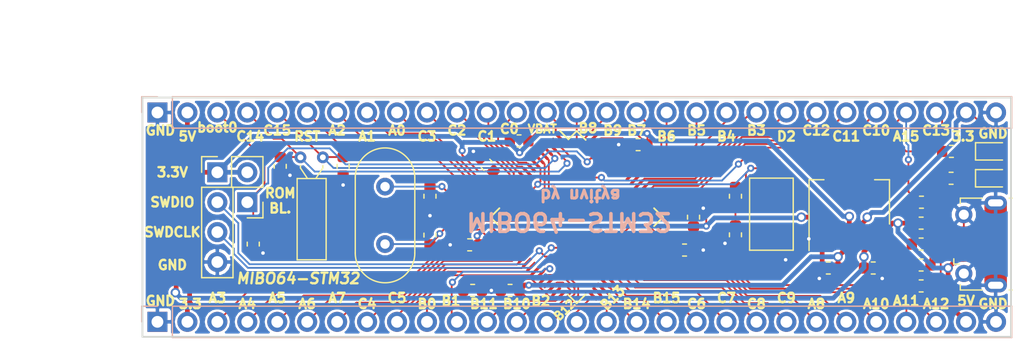
<source format=kicad_pcb>
(kicad_pcb (version 20171130) (host pcbnew "(5.0.0)")
  (layers (0 F.Cu signal) (31 B.Cu signal) (34 B.Paste user hide) (35 F.Paste user hide) (36 B.SilkS user) (37 F.SilkS user) (38 B.Mask user hide) (39 F.Mask user hide) (44 Edge.Cuts user))
  (net 0 "")
  (net 1 GND)
  (net 2 /OSC_IN)
  (net 3 /OSC_OUT)
  (net 4 /RESET)
  (net 5 +3V3)
  (net 6 /5V)
  (net 7 /OSC32_IN)
  (net 8 /OSC32_OUT)
  (net 9 "Net-(C12-Pad1)")
  (net 10 "Net-(C13-Pad1)")
  (net 11 "Net-(D1-Pad1)")
  (net 12 "Net-(D2-Pad1)")
  (net 13 /BOOT0)
  (net 14 /PC7)
  (net 15 /PC6)
  (net 16 /PC5)
  (net 17 /PC4)
  (net 18 /PC3)
  (net 19 /PC2)
  (net 20 /PC1)
  (net 21 /PC0)
  (net 22 /PA15)
  (net 23 /PA12)
  (net 24 /PA11)
  (net 25 /PA10)
  (net 26 /PA9)
  (net 27 /PA8)
  (net 28 /PA7)
  (net 29 /PA6)
  (net 30 /PA5)
  (net 31 /PA4)
  (net 32 /PA3)
  (net 33 /PA2)
  (net 34 /PA1)
  (net 35 /PA0)
  (net 36 /VBAT)
  (net 37 /PD2)
  (net 38 /PB0)
  (net 39 /PB1)
  (net 40 /PB2)
  (net 41 /PB3)
  (net 42 /PB4)
  (net 43 /PB5)
  (net 44 /PB6)
  (net 45 /PB7)
  (net 46 /PB8)
  (net 47 /PB9)
  (net 48 /PB10)
  (net 49 /PB11)
  (net 50 /PB12)
  (net 51 /PB13)
  (net 52 /PB14)
  (net 53 /PB15)
  (net 54 /PC8)
  (net 55 /PC9)
  (net 56 /PC10)
  (net 57 /PC11)
  (net 58 /PC12)
  (net 59 /LED1)
  (net 60 "Net-(J4-Pad2)")
  (net 61 "Net-(J4-Pad4)")
  (net 62 "Net-(J4-Pad3)")
  (net 63 /SWDIO)
  (net 64 /SWDCLK)
  (net 65 "Net-(R5-Pad1)")
  (module Connector_PinHeader_2.54mm:PinHeader_1x04_P2.54mm_Vertical (layer F.Cu) (at 111.76 109.22)
    (fp_text reference J5 hide)
    (fp_text value Conn_01x04)
    (pad 1 thru_hole rect (at 0 0) (size 1.7 1.7) (drill 1) (layers *.Cu *.Mask) (net 5 +3V3))
    (pad 2 thru_hole oval (at 0 2.54) (size 1.7 1.7) (drill 1) (layers *.Cu *.Mask) (net 63 /SWDIO))
    (pad 3 thru_hole oval (at 0 5.08) (size 1.7 1.7) (drill 1) (layers *.Cu *.Mask) (net 64 /SWDCLK))
    (pad 4 thru_hole oval (at 0 7.62) (size 1.7 1.7) (drill 1) (layers *.Cu *.Mask) (net 1 GND))
  )
  (module Capacitor_SMD:C_0603_1608Metric (layer F.Cu) (at 129.794 114.554 90)
    (fp_text reference C1 hide)
    (fp_text value 22pF)
    (pad 2 smd roundrect (at 0.7875 0 90) (size 0.875 0.95) (layers F.Cu F.Paste F.Mask) (net 1 GND))
    (pad 1 smd roundrect (at -0.7875 0 90) (size 0.875 0.95) (layers F.Cu F.Paste F.Mask) (net 2 /OSC_IN))
  )
  (module Capacitor_SMD:C_0603_1608Metric (layer F.Cu) (at 129.794 111.252 270)
    (fp_text reference C2 hide)
    (fp_text value 22pF)
    (pad 1 smd roundrect (at -0.7875 0 270) (size 0.875 0.95) (layers F.Cu F.Paste F.Mask) (net 3 /OSC_OUT))
    (pad 2 smd roundrect (at 0.7875 0 270) (size 0.875 0.95) (layers F.Cu F.Paste F.Mask) (net 1 GND))
  )
  (module Capacitor_SMD:C_0603_1608Metric (layer F.Cu) (at 155.702 114.5285 270)
    (fp_text reference C3 hide)
    (fp_text value 10nF)
    (pad 2 smd roundrect (at 0.7875 0 270) (size 0.875 0.95) (layers F.Cu F.Paste F.Mask) (net 1 GND))
    (pad 1 smd roundrect (at -0.7875 0 270) (size 0.875 0.95) (layers F.Cu F.Paste F.Mask) (net 4 /RESET))
  )
  (module Capacitor_SMD:C_0603_1608Metric (layer F.Cu) (at 147.447 106.8705 180)
    (fp_text reference C4 hide)
    (fp_text value 100nF)
    (pad 2 smd roundrect (at 0.7875 0 180) (size 0.875 0.95) (layers F.Cu F.Paste F.Mask) (net 1 GND))
    (pad 1 smd roundrect (at -0.7875 0 180) (size 0.875 0.95) (layers F.Cu F.Paste F.Mask) (net 5 +3V3))
  )
  (module Capacitor_SMD:C_0603_1608Metric (layer F.Cu) (at 152.146 113.03 90)
    (fp_text reference C5 hide)
    (fp_text value 100nF)
    (pad 1 smd roundrect (at -0.7875 0 90) (size 0.875 0.95) (layers F.Cu F.Paste F.Mask) (net 5 +3V3))
    (pad 2 smd roundrect (at 0.7875 0 90) (size 0.875 0.95) (layers F.Cu F.Paste F.Mask) (net 1 GND))
  )
  (module Capacitor_SMD:C_0603_1608Metric (layer F.Cu) (at 136.5885 119.253 180)
    (fp_text reference C6 hide)
    (fp_text value 100nF)
    (pad 1 smd roundrect (at -0.7875 0 180) (size 0.875 0.95) (layers F.Cu F.Paste F.Mask) (net 5 +3V3))
    (pad 2 smd roundrect (at 0.7875 0 180) (size 0.875 0.95) (layers F.Cu F.Paste F.Mask) (net 1 GND))
  )
  (module Capacitor_SMD:C_0603_1608Metric (layer F.Cu) (at 133.1595 115.3795 180)
    (fp_text reference C7 hide)
    (fp_text value 100nF)
    (pad 1 smd roundrect (at -0.7875 0 180) (size 0.875 0.95) (layers F.Cu F.Paste F.Mask) (net 5 +3V3))
    (pad 2 smd roundrect (at 0.7875 0 180) (size 0.875 0.95) (layers F.Cu F.Paste F.Mask) (net 1 GND))
  )
  (module Capacitor_SMD:C_0603_1608Metric (layer F.Cu) (at 167.386 117.348)
    (fp_text reference C8 hide)
    (fp_text value 4.7uF)
    (pad 1 smd roundrect (at -0.7875 0) (size 0.875 0.95) (layers F.Cu F.Paste F.Mask) (net 6 /5V))
    (pad 2 smd roundrect (at 0.7875 0) (size 0.875 0.95) (layers F.Cu F.Paste F.Mask) (net 1 GND))
  )
  (module Capacitor_SMD:C_0603_1608Metric (layer F.Cu) (at 117.094 108.712 270)
    (fp_text reference C9 hide)
    (fp_text value 22pF)
    (pad 1 smd roundrect (at -0.7875 0 270) (size 0.875 0.95) (layers F.Cu F.Paste F.Mask) (net 7 /OSC32_IN))
    (pad 2 smd roundrect (at 0.7875 0 270) (size 0.875 0.95) (layers F.Cu F.Paste F.Mask) (net 1 GND))
  )
  (module Capacitor_SMD:C_0603_1608Metric (layer F.Cu) (at 122.428 108.712 270)
    (fp_text reference C10 hide)
    (fp_text value 22pF)
    (pad 2 smd roundrect (at 0.7875 0 270) (size 0.875 0.95) (layers F.Cu F.Paste F.Mask) (net 1 GND))
    (pad 1 smd roundrect (at -0.7875 0 270) (size 0.875 0.95) (layers F.Cu F.Paste F.Mask) (net 8 /OSC32_OUT))
  )
  (module Capacitor_SMD:C_0603_1608Metric (layer F.Cu) (at 163.576 117.348 180)
    (fp_text reference C11 hide)
    (fp_text value 4.7uF)
    (pad 2 smd roundrect (at 0.7875 0 180) (size 0.875 0.95) (layers F.Cu F.Paste F.Mask) (net 1 GND))
    (pad 1 smd roundrect (at -0.7875 0 180) (size 0.875 0.95) (layers F.Cu F.Paste F.Mask) (net 5 +3V3))
  )
  (module Capacitor_SMD:C_0603_1608Metric (layer F.Cu) (at 133.4135 119.253)
    (fp_text reference C12 hide)
    (fp_text value 2.2uF)
    (pad 1 smd roundrect (at -0.7875 0) (size 0.875 0.95) (layers F.Cu F.Paste F.Mask) (net 9 "Net-(C12-Pad1)"))
    (pad 2 smd roundrect (at 0.7875 0) (size 0.875 0.95) (layers F.Cu F.Paste F.Mask) (net 1 GND))
  )
  (module Capacitor_SMD:C_0603_1608Metric (layer F.Cu) (at 151.384 115.824)
    (fp_text reference C13 hide)
    (fp_text value 2.2uF)
    (pad 2 smd roundrect (at 0.7875 0) (size 0.875 0.95) (layers F.Cu F.Paste F.Mask) (net 1 GND))
    (pad 1 smd roundrect (at -0.7875 0) (size 0.875 0.95) (layers F.Cu F.Paste F.Mask) (net 10 "Net-(C13-Pad1)"))
  )
  (module Capacitor_SMD:C_0603_1608Metric (layer F.Cu) (at 134.62 108.585 135)
    (fp_text reference C14 hide)
    (fp_text value 100nF)
    (pad 2 smd roundrect (at 0.787501 0 135) (size 0.875 0.95) (layers F.Cu F.Paste F.Mask) (net 1 GND))
    (pad 1 smd roundrect (at -0.787501 0 135) (size 0.875 0.95) (layers F.Cu F.Paste F.Mask) (net 5 +3V3))
  )
  (module LED_SMD:LED_0603_1608Metric (layer F.Cu) (at 177.546 107.442)
    (fp_text reference D1 hide)
    (fp_text value GREEN)
    (pad 2 smd roundrect (at 0.7875 0) (size 0.875 0.95) (layers F.Cu F.Paste F.Mask) (net 5 +3V3))
    (pad 1 smd roundrect (at -0.7875 0) (size 0.875 0.95) (layers F.Cu F.Paste F.Mask) (net 11 "Net-(D1-Pad1)"))
  )
  (module LED_SMD:LED_0603_1608Metric (layer F.Cu) (at 177.546 109.728)
    (fp_text reference D2 hide)
    (fp_text value GREEN)
    (pad 1 smd roundrect (at -0.7875 0) (size 0.875 0.95) (layers F.Cu F.Paste F.Mask) (net 12 "Net-(D2-Pad1)"))
    (pad 2 smd roundrect (at 0.7875 0) (size 0.875 0.95) (layers F.Cu F.Paste F.Mask) (net 5 +3V3))
  )
  (module Connector_PinHeader_2.54mm:PinHeader_1x02_P2.54mm_Vertical (layer F.Cu) (at 114.3 111.76 180)
    (fp_text reference J1 hide)
    (fp_text value Conn_01x02)
    (pad 1 thru_hole rect (at 0 0 180) (size 1.7 1.7) (drill 1) (layers *.Cu *.Mask) (net 13 /BOOT0))
    (pad 2 thru_hole oval (at 0 2.54 180) (size 1.7 1.7) (drill 1) (layers *.Cu *.Mask) (net 5 +3V3))
  )
  (module Connector_PinHeader_2.54mm:PinHeader_1x29_P2.54mm_Vertical (layer B.Cu) (at 106.68 121.92 270)
    (fp_text reference J2 hide)
    (fp_text value Conn_01x29)
    (pad 29 thru_hole oval (at 0 -71.12 270) (size 1.7 1.7) (drill 1) (layers *.Cu *.Mask) (net 1 GND))
    (pad 28 thru_hole oval (at 0 -68.58 270) (size 1.7 1.7) (drill 1) (layers *.Cu *.Mask) (net 6 /5V))
    (pad 27 thru_hole oval (at 0 -66.04 270) (size 1.7 1.7) (drill 1) (layers *.Cu *.Mask) (net 23 /PA12))
    (pad 26 thru_hole oval (at 0 -63.5 270) (size 1.7 1.7) (drill 1) (layers *.Cu *.Mask) (net 24 /PA11))
    (pad 25 thru_hole oval (at 0 -60.96 270) (size 1.7 1.7) (drill 1) (layers *.Cu *.Mask) (net 25 /PA10))
    (pad 24 thru_hole oval (at 0 -58.42 270) (size 1.7 1.7) (drill 1) (layers *.Cu *.Mask) (net 26 /PA9))
    (pad 23 thru_hole oval (at 0 -55.88 270) (size 1.7 1.7) (drill 1) (layers *.Cu *.Mask) (net 27 /PA8))
    (pad 22 thru_hole oval (at 0 -53.34 270) (size 1.7 1.7) (drill 1) (layers *.Cu *.Mask) (net 55 /PC9))
    (pad 21 thru_hole oval (at 0 -50.8 270) (size 1.7 1.7) (drill 1) (layers *.Cu *.Mask) (net 54 /PC8))
    (pad 20 thru_hole oval (at 0 -48.26 270) (size 1.7 1.7) (drill 1) (layers *.Cu *.Mask) (net 14 /PC7))
    (pad 19 thru_hole oval (at 0 -45.72 270) (size 1.7 1.7) (drill 1) (layers *.Cu *.Mask) (net 15 /PC6))
    (pad 18 thru_hole oval (at 0 -43.18 270) (size 1.7 1.7) (drill 1) (layers *.Cu *.Mask) (net 53 /PB15))
    (pad 17 thru_hole oval (at 0 -40.64 270) (size 1.7 1.7) (drill 1) (layers *.Cu *.Mask) (net 52 /PB14))
    (pad 16 thru_hole oval (at 0 -38.1 270) (size 1.7 1.7) (drill 1) (layers *.Cu *.Mask) (net 51 /PB13))
    (pad 15 thru_hole oval (at 0 -35.56 270) (size 1.7 1.7) (drill 1) (layers *.Cu *.Mask) (net 50 /PB12))
    (pad 14 thru_hole oval (at 0 -33.02 270) (size 1.7 1.7) (drill 1) (layers *.Cu *.Mask) (net 40 /PB2))
    (pad 13 thru_hole oval (at 0 -30.48 270) (size 1.7 1.7) (drill 1) (layers *.Cu *.Mask) (net 48 /PB10))
    (pad 12 thru_hole oval (at 0 -27.94 270) (size 1.7 1.7) (drill 1) (layers *.Cu *.Mask) (net 49 /PB11))
    (pad 11 thru_hole oval (at 0 -25.4 270) (size 1.7 1.7) (drill 1) (layers *.Cu *.Mask) (net 39 /PB1))
    (pad 10 thru_hole oval (at 0 -22.86 270) (size 1.7 1.7) (drill 1) (layers *.Cu *.Mask) (net 38 /PB0))
    (pad 9 thru_hole oval (at 0 -20.32 270) (size 1.7 1.7) (drill 1) (layers *.Cu *.Mask) (net 16 /PC5))
    (pad 8 thru_hole oval (at 0 -17.78 270) (size 1.7 1.7) (drill 1) (layers *.Cu *.Mask) (net 17 /PC4))
    (pad 7 thru_hole oval (at 0 -15.24 270) (size 1.7 1.7) (drill 1) (layers *.Cu *.Mask) (net 28 /PA7))
    (pad 6 thru_hole oval (at 0 -12.7 270) (size 1.7 1.7) (drill 1) (layers *.Cu *.Mask) (net 29 /PA6))
    (pad 5 thru_hole oval (at 0 -10.16 270) (size 1.7 1.7) (drill 1) (layers *.Cu *.Mask) (net 30 /PA5))
    (pad 4 thru_hole oval (at 0 -7.62 270) (size 1.7 1.7) (drill 1) (layers *.Cu *.Mask) (net 31 /PA4))
    (pad 3 thru_hole oval (at 0 -5.08 270) (size 1.7 1.7) (drill 1) (layers *.Cu *.Mask) (net 32 /PA3))
    (pad 2 thru_hole oval (at 0 -2.54 270) (size 1.7 1.7) (drill 1) (layers *.Cu *.Mask) (net 5 +3V3))
    (pad 1 thru_hole rect (at 0 0 270) (size 1.7 1.7) (drill 1) (layers *.Cu *.Mask) (net 1 GND))
  )
  (module Connector_PinHeader_2.54mm:PinHeader_1x29_P2.54mm_Vertical (layer B.Cu) (at 106.68 104.14 270)
    (fp_text reference J3 hide)
    (fp_text value Conn_01x29)
    (pad 1 thru_hole rect (at 0 0 270) (size 1.7 1.7) (drill 1) (layers *.Cu *.Mask) (net 1 GND))
    (pad 2 thru_hole oval (at 0 -2.54 270) (size 1.7 1.7) (drill 1) (layers *.Cu *.Mask) (net 6 /5V))
    (pad 3 thru_hole oval (at 0 -5.08 270) (size 1.7 1.7) (drill 1) (layers *.Cu *.Mask) (net 13 /BOOT0))
    (pad 4 thru_hole oval (at 0 -7.62 270) (size 1.7 1.7) (drill 1) (layers *.Cu *.Mask) (net 7 /OSC32_IN))
    (pad 5 thru_hole oval (at 0 -10.16 270) (size 1.7 1.7) (drill 1) (layers *.Cu *.Mask) (net 8 /OSC32_OUT))
    (pad 6 thru_hole oval (at 0 -12.7 270) (size 1.7 1.7) (drill 1) (layers *.Cu *.Mask) (net 4 /RESET))
    (pad 7 thru_hole oval (at 0 -15.24 270) (size 1.7 1.7) (drill 1) (layers *.Cu *.Mask) (net 33 /PA2))
    (pad 8 thru_hole oval (at 0 -17.78 270) (size 1.7 1.7) (drill 1) (layers *.Cu *.Mask) (net 34 /PA1))
    (pad 9 thru_hole oval (at 0 -20.32 270) (size 1.7 1.7) (drill 1) (layers *.Cu *.Mask) (net 35 /PA0))
    (pad 10 thru_hole oval (at 0 -22.86 270) (size 1.7 1.7) (drill 1) (layers *.Cu *.Mask) (net 18 /PC3))
    (pad 11 thru_hole oval (at 0 -25.4 270) (size 1.7 1.7) (drill 1) (layers *.Cu *.Mask) (net 19 /PC2))
    (pad 12 thru_hole oval (at 0 -27.94 270) (size 1.7 1.7) (drill 1) (layers *.Cu *.Mask) (net 20 /PC1))
    (pad 13 thru_hole oval (at 0 -30.48 270) (size 1.7 1.7) (drill 1) (layers *.Cu *.Mask) (net 21 /PC0))
    (pad 14 thru_hole oval (at 0 -33.02 270) (size 1.7 1.7) (drill 1) (layers *.Cu *.Mask) (net 36 /VBAT))
    (pad 15 thru_hole oval (at 0 -35.56 270) (size 1.7 1.7) (drill 1) (layers *.Cu *.Mask) (net 46 /PB8))
    (pad 16 thru_hole oval (at 0 -38.1 270) (size 1.7 1.7) (drill 1) (layers *.Cu *.Mask) (net 47 /PB9))
    (pad 17 thru_hole oval (at 0 -40.64 270) (size 1.7 1.7) (drill 1) (layers *.Cu *.Mask) (net 45 /PB7))
    (pad 18 thru_hole oval (at 0 -43.18 270) (size 1.7 1.7) (drill 1) (layers *.Cu *.Mask) (net 44 /PB6))
    (pad 19 thru_hole oval (at 0 -45.72 270) (size 1.7 1.7) (drill 1) (layers *.Cu *.Mask) (net 43 /PB5))
    (pad 20 thru_hole oval (at 0 -48.26 270) (size 1.7 1.7) (drill 1) (layers *.Cu *.Mask) (net 42 /PB4))
    (pad 21 thru_hole oval (at 0 -50.8 270) (size 1.7 1.7) (drill 1) (layers *.Cu *.Mask) (net 41 /PB3))
    (pad 22 thru_hole oval (at 0 -53.34 270) (size 1.7 1.7) (drill 1) (layers *.Cu *.Mask) (net 37 /PD2))
    (pad 23 thru_hole oval (at 0 -55.88 270) (size 1.7 1.7) (drill 1) (layers *.Cu *.Mask) (net 58 /PC12))
    (pad 24 thru_hole oval (at 0 -58.42 270) (size 1.7 1.7) (drill 1) (layers *.Cu *.Mask) (net 57 /PC11))
    (pad 25 thru_hole oval (at 0 -60.96 270) (size 1.7 1.7) (drill 1) (layers *.Cu *.Mask) (net 56 /PC10))
    (pad 26 thru_hole oval (at 0 -63.5 270) (size 1.7 1.7) (drill 1) (layers *.Cu *.Mask) (net 22 /PA15))
    (pad 27 thru_hole oval (at 0 -66.04 270) (size 1.7 1.7) (drill 1) (layers *.Cu *.Mask) (net 59 /LED1))
    (pad 28 thru_hole oval (at 0 -68.58 270) (size 1.7 1.7) (drill 1) (layers *.Cu *.Mask) (net 5 +3V3))
    (pad 29 thru_hole oval (at 0 -71.12 270) (size 1.7 1.7) (drill 1) (layers *.Cu *.Mask) (net 1 GND))
  )
  (module Connector_USB:USB_Micro-B_Molex-105017-0001 (layer F.Cu) (at 176.53 115.316 90)
    (fp_text reference J4 hide)
    (fp_text value USB_B_Micro)
    (pad 6 smd rect (at 1 1.2375 90) (size 1.5 1.9) (layers F.Cu F.Paste F.Mask) (net 1 GND))
    (pad 6 thru_hole circle (at -2.5 -1.4625 90) (size 1.45 1.45) (drill 0.85) (layers *.Cu *.Mask) (net 1 GND))
    (pad 2 smd rect (at -0.65 -1.4625 90) (size 0.4 1.35) (layers F.Cu F.Paste F.Mask) (net 60 "Net-(J4-Pad2)"))
    (pad 1 smd rect (at -1.3 -1.4625 90) (size 0.4 1.35) (layers F.Cu F.Paste F.Mask) (net 6 /5V))
    (pad 5 smd rect (at 1.3 -1.4625 90) (size 0.4 1.35) (layers F.Cu F.Paste F.Mask) (net 1 GND))
    (pad 4 smd rect (at 0.65 -1.4625 90) (size 0.4 1.35) (layers F.Cu F.Paste F.Mask) (net 61 "Net-(J4-Pad4)"))
    (pad 3 smd rect (at 0 -1.4625 90) (size 0.4 1.35) (layers F.Cu F.Paste F.Mask) (net 62 "Net-(J4-Pad3)"))
    (pad 6 thru_hole circle (at 2.5 -1.4625 90) (size 1.45 1.45) (drill 0.85) (layers *.Cu *.Mask) (net 1 GND))
    (pad 6 smd rect (at -1 1.2375 90) (size 1.5 1.9) (layers F.Cu F.Paste F.Mask) (net 1 GND))
    (pad 6 thru_hole oval (at -3.5 1.2375 270) (size 1.2 1.9) (drill oval 0.6 1.3) (layers *.Cu *.Mask) (net 1 GND))
    (pad 6 thru_hole oval (at 3.5 1.2375 90) (size 1.2 1.9) (drill oval 0.6 1.3) (layers *.Cu *.Mask) (net 1 GND))
    (pad 6 smd rect (at 2.9 1.2375 90) (size 1.2 1.9) (layers F.Cu F.Mask) (net 1 GND))
    (pad 6 smd rect (at -2.9 1.2375 90) (size 1.2 1.9) (layers F.Cu F.Mask) (net 1 GND))
  )
  (module Resistor_SMD:R_0603_1608Metric (layer F.Cu) (at 114.808 115.316 270)
    (fp_text reference R1 hide)
    (fp_text value 100k)
    (pad 1 smd roundrect (at -0.7875 0 270) (size 0.875 0.95) (layers F.Cu F.Paste F.Mask) (net 13 /BOOT0))
    (pad 2 smd roundrect (at 0.7875 0 270) (size 0.875 0.95) (layers F.Cu F.Paste F.Mask) (net 1 GND))
  )
  (module Resistor_SMD:R_0603_1608Metric (layer F.Cu) (at 155.702 111.252 90)
    (fp_text reference R2 hide)
    (fp_text value 10k)
    (pad 1 smd roundrect (at -0.7875 0 90) (size 0.875 0.95) (layers F.Cu F.Paste F.Mask) (net 4 /RESET))
    (pad 2 smd roundrect (at 0.7875 0 90) (size 0.875 0.95) (layers F.Cu F.Paste F.Mask) (net 5 +3V3))
  )
  (module Resistor_SMD:R_0603_1608Metric (layer F.Cu) (at 174.0155 107.442)
    (fp_text reference R3 hide)
    (fp_text value 1k)
    (pad 2 smd roundrect (at 0.7875 0) (size 0.875 0.95) (layers F.Cu F.Paste F.Mask) (net 11 "Net-(D1-Pad1)"))
    (pad 1 smd roundrect (at -0.7875 0) (size 0.875 0.95) (layers F.Cu F.Paste F.Mask) (net 59 /LED1))
  )
  (module Resistor_SMD:R_0603_1608Metric (layer F.Cu) (at 137.3505 106.553 180)
    (fp_text reference R4 hide)
    (fp_text value 0R)
    (pad 1 smd roundrect (at -0.7875 0 180) (size 0.875 0.95) (layers F.Cu F.Paste F.Mask) (net 36 /VBAT))
    (pad 2 smd roundrect (at 0.7875 0 180) (size 0.875 0.95) (layers F.Cu F.Paste F.Mask) (net 5 +3V3))
  )
  (module Resistor_SMD:R_0603_1608Metric (layer F.Cu) (at 171.4755 111.76 180)
    (fp_text reference R5 hide)
    (fp_text value 0R)
    (pad 1 smd roundrect (at -0.7875 0 180) (size 0.875 0.95) (layers F.Cu F.Paste F.Mask) (net 65 "Net-(R5-Pad1)"))
    (pad 2 smd roundrect (at 0.7875 0 180) (size 0.875 0.95) (layers F.Cu F.Paste F.Mask) (net 22 /PA15))
  )
  (module Resistor_SMD:R_0603_1608Metric (layer F.Cu) (at 171.45 113.538)
    (fp_text reference R6 hide)
    (fp_text value 0R)
    (pad 2 smd roundrect (at 0.7875 0) (size 0.875 0.95) (layers F.Cu F.Paste F.Mask) (net 65 "Net-(R5-Pad1)"))
    (pad 1 smd roundrect (at -0.7875 0) (size 0.875 0.95) (layers F.Cu F.Paste F.Mask) (net 6 /5V))
  )
  (module Resistor_SMD:R_0603_1608Metric (layer F.Cu) (at 171.45 115.316 180)
    (fp_text reference R7 hide)
    (fp_text value 1.5k)
    (pad 1 smd roundrect (at -0.7875 0 180) (size 0.875 0.95) (layers F.Cu F.Paste F.Mask) (net 62 "Net-(J4-Pad3)"))
    (pad 2 smd roundrect (at 0.7875 0 180) (size 0.875 0.95) (layers F.Cu F.Paste F.Mask) (net 65 "Net-(R5-Pad1)"))
  )
  (module Resistor_SMD:R_0603_1608Metric (layer F.Cu) (at 171.45 117.094)
    (fp_text reference R8 hide)
    (fp_text value 22R)
    (pad 2 smd roundrect (at 0.7875 0) (size 0.875 0.95) (layers F.Cu F.Paste F.Mask) (net 62 "Net-(J4-Pad3)"))
    (pad 1 smd roundrect (at -0.7875 0) (size 0.875 0.95) (layers F.Cu F.Paste F.Mask) (net 23 /PA12))
  )
  (module Resistor_SMD:R_0603_1608Metric (layer F.Cu) (at 171.45 118.872)
    (fp_text reference R9 hide)
    (fp_text value 22R)
    (pad 2 smd roundrect (at 0.7875 0) (size 0.875 0.95) (layers F.Cu F.Paste F.Mask) (net 60 "Net-(J4-Pad2)"))
    (pad 1 smd roundrect (at -0.7875 0) (size 0.875 0.95) (layers F.Cu F.Paste F.Mask) (net 24 /PA11))
  )
  (module Resistor_SMD:R_0603_1608Metric (layer F.Cu) (at 173.99 109.728)
    (fp_text reference R10 hide)
    (fp_text value 1k)
    (pad 2 smd roundrect (at 0.7875 0) (size 0.875 0.95) (layers F.Cu F.Paste F.Mask) (net 12 "Net-(D2-Pad1)"))
    (pad 1 smd roundrect (at -0.7875 0) (size 0.875 0.95) (layers F.Cu F.Paste F.Mask) (net 1 GND))
  )
  (module Button_Switch_SMD:SW_SPST_CK_RS282G05A3 (layer F.Cu) (at 158.75 112.776 270)
    (fp_text reference SW1 hide)
    (fp_text value Reset)
    (pad 1 smd rect (at -3.9 0 270) (size 1.5 1.5) (layers F.Cu F.Paste F.Mask) (net 4 /RESET))
    (pad 2 smd rect (at 3.9 0 270) (size 1.5 1.5) (layers F.Cu F.Paste F.Mask) (net 1 GND))
  )
  (module Package_QFP:LQFP-64_10x10mm_P0.5mm (layer F.Cu) (at 142.24 113.03 315)
    (fp_text reference U1 hide)
    (fp_text value STM32F405RGTx)
    (pad 1 smd rect (at -5.7 -3.75 315) (size 1 0.25) (layers F.Cu F.Paste F.Mask) (net 36 /VBAT))
    (pad 2 smd rect (at -5.7 -3.25 315) (size 1 0.25) (layers F.Cu F.Paste F.Mask) (net 59 /LED1))
    (pad 3 smd rect (at -5.7 -2.75 315) (size 1 0.25) (layers F.Cu F.Paste F.Mask) (net 7 /OSC32_IN))
    (pad 4 smd rect (at -5.7 -2.25 315) (size 1 0.25) (layers F.Cu F.Paste F.Mask) (net 8 /OSC32_OUT))
    (pad 5 smd rect (at -5.7 -1.75 315) (size 1 0.25) (layers F.Cu F.Paste F.Mask) (net 2 /OSC_IN))
    (pad 6 smd rect (at -5.7 -1.25 315) (size 1 0.25) (layers F.Cu F.Paste F.Mask) (net 3 /OSC_OUT))
    (pad 7 smd rect (at -5.7 -0.75 315) (size 1 0.25) (layers F.Cu F.Paste F.Mask) (net 4 /RESET))
    (pad 8 smd rect (at -5.7 -0.25 315) (size 1 0.25) (layers F.Cu F.Paste F.Mask) (net 21 /PC0))
    (pad 9 smd rect (at -5.7 0.25 315) (size 1 0.25) (layers F.Cu F.Paste F.Mask) (net 20 /PC1))
    (pad 10 smd rect (at -5.7 0.75 315) (size 1 0.25) (layers F.Cu F.Paste F.Mask) (net 19 /PC2))
    (pad 11 smd rect (at -5.7 1.25 315) (size 1 0.25) (layers F.Cu F.Paste F.Mask) (net 18 /PC3))
    (pad 12 smd rect (at -5.7 1.75 315) (size 1 0.25) (layers F.Cu F.Paste F.Mask) (net 1 GND))
    (pad 13 smd rect (at -5.7 2.25 315) (size 1 0.25) (layers F.Cu F.Paste F.Mask) (net 5 +3V3))
    (pad 14 smd rect (at -5.7 2.75 315) (size 1 0.25) (layers F.Cu F.Paste F.Mask) (net 35 /PA0))
    (pad 15 smd rect (at -5.7 3.25 315) (size 1 0.25) (layers F.Cu F.Paste F.Mask) (net 34 /PA1))
    (pad 16 smd rect (at -5.7 3.75 315) (size 1 0.25) (layers F.Cu F.Paste F.Mask) (net 33 /PA2))
    (pad 17 smd rect (at -3.75 5.7 45) (size 1 0.25) (layers F.Cu F.Paste F.Mask) (net 32 /PA3))
    (pad 18 smd rect (at -3.25 5.7 45) (size 1 0.25) (layers F.Cu F.Paste F.Mask) (net 1 GND))
    (pad 19 smd rect (at -2.75 5.7 45) (size 1 0.25) (layers F.Cu F.Paste F.Mask) (net 5 +3V3))
    (pad 20 smd rect (at -2.25 5.7 45) (size 1 0.25) (layers F.Cu F.Paste F.Mask) (net 31 /PA4))
    (pad 21 smd rect (at -1.75 5.7 45) (size 1 0.25) (layers F.Cu F.Paste F.Mask) (net 30 /PA5))
    (pad 22 smd rect (at -1.25 5.7 45) (size 1 0.25) (layers F.Cu F.Paste F.Mask) (net 29 /PA6))
    (pad 23 smd rect (at -0.75 5.7 45) (size 1 0.25) (layers F.Cu F.Paste F.Mask) (net 28 /PA7))
    (pad 24 smd rect (at -0.25 5.7 45) (size 1 0.25) (layers F.Cu F.Paste F.Mask) (net 17 /PC4))
    (pad 25 smd rect (at 0.25 5.7 45) (size 1 0.25) (layers F.Cu F.Paste F.Mask) (net 16 /PC5))
    (pad 26 smd rect (at 0.75 5.7 45) (size 1 0.25) (layers F.Cu F.Paste F.Mask) (net 38 /PB0))
    (pad 27 smd rect (at 1.25 5.7 45) (size 1 0.25) (layers F.Cu F.Paste F.Mask) (net 39 /PB1))
    (pad 28 smd rect (at 1.75 5.7 45) (size 1 0.25) (layers F.Cu F.Paste F.Mask) (net 40 /PB2))
    (pad 29 smd rect (at 2.25 5.7 45) (size 1 0.25) (layers F.Cu F.Paste F.Mask) (net 48 /PB10))
    (pad 30 smd rect (at 2.75 5.7 45) (size 1 0.25) (layers F.Cu F.Paste F.Mask) (net 49 /PB11))
    (pad 31 smd rect (at 3.25 5.7 45) (size 1 0.25) (layers F.Cu F.Paste F.Mask) (net 9 "Net-(C12-Pad1)"))
    (pad 32 smd rect (at 3.75 5.7 45) (size 1 0.25) (layers F.Cu F.Paste F.Mask) (net 5 +3V3))
    (pad 33 smd rect (at 5.7 3.75 315) (size 1 0.25) (layers F.Cu F.Paste F.Mask) (net 50 /PB12))
    (pad 34 smd rect (at 5.7 3.25 315) (size 1 0.25) (layers F.Cu F.Paste F.Mask) (net 51 /PB13))
    (pad 35 smd rect (at 5.7 2.75 315) (size 1 0.25) (layers F.Cu F.Paste F.Mask) (net 52 /PB14))
    (pad 36 smd rect (at 5.7 2.25 315) (size 1 0.25) (layers F.Cu F.Paste F.Mask) (net 53 /PB15))
    (pad 37 smd rect (at 5.7 1.75 315) (size 1 0.25) (layers F.Cu F.Paste F.Mask) (net 15 /PC6))
    (pad 38 smd rect (at 5.7 1.25 315) (size 1 0.25) (layers F.Cu F.Paste F.Mask) (net 14 /PC7))
    (pad 39 smd rect (at 5.7 0.75 315) (size 1 0.25) (layers F.Cu F.Paste F.Mask) (net 54 /PC8))
    (pad 40 smd rect (at 5.7 0.25 315) (size 1 0.25) (layers F.Cu F.Paste F.Mask) (net 55 /PC9))
    (pad 41 smd rect (at 5.7 -0.25 315) (size 1 0.25) (layers F.Cu F.Paste F.Mask) (net 27 /PA8))
    (pad 42 smd rect (at 5.7 -0.75 315) (size 1 0.25) (layers F.Cu F.Paste F.Mask) (net 26 /PA9))
    (pad 43 smd rect (at 5.7 -1.25 315) (size 1 0.25) (layers F.Cu F.Paste F.Mask) (net 25 /PA10))
    (pad 44 smd rect (at 5.7 -1.75 315) (size 1 0.25) (layers F.Cu F.Paste F.Mask) (net 24 /PA11))
    (pad 45 smd rect (at 5.7 -2.25 315) (size 1 0.25) (layers F.Cu F.Paste F.Mask) (net 23 /PA12))
    (pad 46 smd rect (at 5.7 -2.75 315) (size 1 0.25) (layers F.Cu F.Paste F.Mask) (net 63 /SWDIO))
    (pad 47 smd rect (at 5.7 -3.25 315) (size 1 0.25) (layers F.Cu F.Paste F.Mask) (net 10 "Net-(C13-Pad1)"))
    (pad 48 smd rect (at 5.7 -3.75 315) (size 1 0.25) (layers F.Cu F.Paste F.Mask) (net 5 +3V3))
    (pad 49 smd rect (at 3.75 -5.7 45) (size 1 0.25) (layers F.Cu F.Paste F.Mask) (net 64 /SWDCLK))
    (pad 50 smd rect (at 3.25 -5.7 45) (size 1 0.25) (layers F.Cu F.Paste F.Mask) (net 22 /PA15))
    (pad 51 smd rect (at 2.75 -5.7 45) (size 1 0.25) (layers F.Cu F.Paste F.Mask) (net 56 /PC10))
    (pad 52 smd rect (at 2.25 -5.7 45) (size 1 0.25) (layers F.Cu F.Paste F.Mask) (net 57 /PC11))
    (pad 53 smd rect (at 1.75 -5.7 45) (size 1 0.25) (layers F.Cu F.Paste F.Mask) (net 58 /PC12))
    (pad 54 smd rect (at 1.25 -5.7 45) (size 1 0.25) (layers F.Cu F.Paste F.Mask) (net 37 /PD2))
    (pad 55 smd rect (at 0.75 -5.7 45) (size 1 0.25) (layers F.Cu F.Paste F.Mask) (net 41 /PB3))
    (pad 56 smd rect (at 0.25 -5.7 45) (size 1 0.25) (layers F.Cu F.Paste F.Mask) (net 42 /PB4))
    (pad 57 smd rect (at -0.25 -5.7 45) (size 1 0.25) (layers F.Cu F.Paste F.Mask) (net 43 /PB5))
    (pad 58 smd rect (at -0.75 -5.7 45) (size 1 0.25) (layers F.Cu F.Paste F.Mask) (net 44 /PB6))
    (pad 59 smd rect (at -1.25 -5.7 45) (size 1 0.25) (layers F.Cu F.Paste F.Mask) (net 45 /PB7))
    (pad 60 smd rect (at -1.75 -5.7 45) (size 1 0.25) (layers F.Cu F.Paste F.Mask) (net 13 /BOOT0))
    (pad 61 smd rect (at -2.25 -5.7 45) (size 1 0.25) (layers F.Cu F.Paste F.Mask) (net 46 /PB8))
    (pad 62 smd rect (at -2.75 -5.7 45) (size 1 0.25) (layers F.Cu F.Paste F.Mask) (net 47 /PB9))
    (pad 63 smd rect (at -3.25 -5.7 45) (size 1 0.25) (layers F.Cu F.Paste F.Mask) (net 1 GND))
    (pad 64 smd rect (at -3.75 -5.7 45) (size 1 0.25) (layers F.Cu F.Paste F.Mask) (net 5 +3V3))
  )
  (module Package_TO_SOT_SMD:SOT-223 (layer F.Cu) (at 165.354 111.76 90)
    (fp_text reference U2 hide)
    (fp_text value AMS1117-3.3)
    (pad 4 smd rect (at 3.15 0 90) (size 2 3.8) (layers F.Cu F.Paste F.Mask))
    (pad 2 smd rect (at -3.15 0 90) (size 2 1.5) (layers F.Cu F.Paste F.Mask) (net 5 +3V3))
    (pad 3 smd rect (at -3.15 2.3 90) (size 2 1.5) (layers F.Cu F.Paste F.Mask) (net 6 /5V))
    (pad 1 smd rect (at -3.15 -2.3 90) (size 2 1.5) (layers F.Cu F.Paste F.Mask) (net 1 GND))
  )
  (module Crystal:Crystal_HC49-4H_Vertical (layer F.Cu) (at 125.984 115.316 90)
    (fp_text reference Y1 hide)
    (fp_text value 8MHz)
    (pad 1 thru_hole circle (at 0 0 90) (size 1.5 1.5) (drill 0.8) (layers *.Cu *.Mask) (net 2 /OSC_IN))
    (pad 2 thru_hole circle (at 4.88 0 90) (size 1.5 1.5) (drill 0.8) (layers *.Cu *.Mask) (net 3 /OSC_OUT))
  )
  (module Crystal:Crystal_C26-LF_D2.1mm_L6.5mm_Horizontal (layer F.Cu) (at 118.8085 107.95)
    (fp_text reference Y2 hide)
    (fp_text value 32.768kHz)
    (pad 1 thru_hole circle (at 0 0) (size 1 1) (drill 0.5) (layers *.Cu *.Mask) (net 7 /OSC32_IN))
    (pad 2 thru_hole circle (at 1.9 0) (size 1 1) (drill 0.5) (layers *.Cu *.Mask) (net 8 /OSC32_OUT))
  )
  (gr_text "by nvitya" (at 142.5575 111.1885 180) (layer B.SilkS) (effects (font (size 1 1) (thickness 0.25)) (justify mirror)))
  (gr_text MIBO64-STM32 (at 141.605 113.411 180) (layer B.SilkS) (effects (font (size 1.5 1.5) (thickness 0.3)) (justify mirror)))
  (gr_text MIBO64-STM32 (at 118.618 118.237) (layer F.SilkS) (effects (font (size 0.9 0.9) (thickness 0.2) italic)))
  (gr_text "ROM\nBL." (at 117.094 111.633) (layer F.SilkS) (effects (font (size 0.8 0.8) (thickness 0.2))))
  (gr_text 3.3V (at 107.95 109.22) (layer F.SilkS) (effects (font (size 0.8 0.8) (thickness 0.2))))
  (gr_text SWDIO (at 107.95 111.76) (layer F.SilkS) (effects (font (size 0.8 0.8) (thickness 0.2))))
  (gr_text SWDCLK (at 107.95 114.3) (layer F.SilkS) (effects (font (size 0.8 0.8) (thickness 0.2))))
  (gr_text GND (at 107.95 117.094) (layer F.SilkS) (effects (font (size 0.8 0.8) (thickness 0.2))))
  (gr_text 3.3 (at 109.474 120.396) (layer F.SilkS) (effects (font (size 0.8 0.8) (thickness 0.2))))
  (gr_text A3 (at 111.76 119.888) (layer F.SilkS) (effects (font (size 0.8 0.8) (thickness 0.2))))
  (gr_text A4 (at 114.3 120.396) (layer F.SilkS) (effects (font (size 0.8 0.8) (thickness 0.2))))
  (gr_text A5 (at 116.84 119.888) (layer F.SilkS) (effects (font (size 0.8 0.8) (thickness 0.2))))
  (gr_text A6 (at 119.38 120.396) (layer F.SilkS) (effects (font (size 0.8 0.8) (thickness 0.2))))
  (gr_text A7 (at 121.92 119.888) (layer F.SilkS) (effects (font (size 0.8 0.8) (thickness 0.2))))
  (gr_text C4 (at 124.46 120.396) (layer F.SilkS) (effects (font (size 0.8 0.8) (thickness 0.2))))
  (gr_text C5 (at 127 119.888) (layer F.SilkS) (effects (font (size 0.8 0.8) (thickness 0.2))))
  (gr_text B0 (at 129.54 120.396) (layer F.SilkS) (effects (font (size 0.8 0.8) (thickness 0.2))))
  (gr_text B1 (at 131.572 120.142) (layer F.SilkS) (effects (font (size 0.8 0.8) (thickness 0.2))))
  (gr_text B11 (at 134.366 120.396) (layer F.SilkS) (effects (font (size 0.8 0.8) (thickness 0.2))))
  (gr_text B10 (at 137.16 120.396) (layer F.SilkS) (effects (font (size 0.8 0.8) (thickness 0.2))))
  (gr_text B2 (at 139.192 120.142) (layer F.SilkS) (effects (font (size 0.8 0.8) (thickness 0.2))))
  (gr_text B12 (at 141.224 120.904 45) (layer F.SilkS) (effects (font (size 0.7 0.7) (thickness 0.175))))
  (gr_text B13 (at 145.288 119.888 45) (layer F.SilkS) (effects (font (size 0.8 0.8) (thickness 0.2))))
  (gr_text B14 (at 147.32 120.396) (layer F.SilkS) (effects (font (size 0.8 0.8) (thickness 0.2))))
  (gr_text B15 (at 149.86 119.888) (layer F.SilkS) (effects (font (size 0.8 0.8) (thickness 0.2))))
  (gr_text C6 (at 152.4 120.396) (layer F.SilkS) (effects (font (size 0.8 0.8) (thickness 0.2))))
  (gr_text C7 (at 154.94 119.888) (layer F.SilkS) (effects (font (size 0.8 0.8) (thickness 0.2))))
  (gr_text C8 (at 157.48 120.396) (layer F.SilkS) (effects (font (size 0.8 0.8) (thickness 0.2))))
  (gr_text C9 (at 160.02 119.888) (layer F.SilkS) (effects (font (size 0.8 0.8) (thickness 0.2))))
  (gr_text A8 (at 162.56 120.396) (layer F.SilkS) (effects (font (size 0.8 0.8) (thickness 0.2))))
  (gr_text A9 (at 165.1 119.888) (layer F.SilkS) (effects (font (size 0.8 0.8) (thickness 0.2))))
  (gr_text A10 (at 167.64 120.396) (layer F.SilkS) (effects (font (size 0.8 0.8) (thickness 0.2))))
  (gr_text A11 (at 170.18 120.142) (layer F.SilkS) (effects (font (size 0.8 0.8) (thickness 0.2))))
  (gr_text A12 (at 172.72 120.396) (layer F.SilkS) (effects (font (size 0.8 0.8) (thickness 0.2))))
  (gr_text 5V (at 175.26 120.142) (layer F.SilkS) (effects (font (size 0.8 0.8) (thickness 0.2))))
  (gr_text 3.3 (at 175.006 106.172) (layer F.SilkS) (effects (font (size 0.8 0.8) (thickness 0.2))))
  (gr_text C13 (at 172.72 105.664) (layer F.SilkS) (effects (font (size 0.8 0.8) (thickness 0.2))))
  (gr_text A15 (at 170.18 106.172) (layer F.SilkS) (effects (font (size 0.8 0.8) (thickness 0.2))))
  (gr_text C10 (at 167.64 105.664) (layer F.SilkS) (effects (font (size 0.8 0.8) (thickness 0.2))))
  (gr_text C11 (at 165.1 106.172) (layer F.SilkS) (effects (font (size 0.8 0.8) (thickness 0.2))))
  (gr_text C12 (at 162.56 105.664) (layer F.SilkS) (effects (font (size 0.8 0.8) (thickness 0.2))))
  (gr_text D2 (at 160.02 106.172) (layer F.SilkS) (effects (font (size 0.8 0.8) (thickness 0.2))))
  (gr_text B3 (at 157.48 105.664) (layer F.SilkS) (effects (font (size 0.8 0.8) (thickness 0.2))))
  (gr_text B4 (at 154.94 106.172) (layer F.SilkS) (effects (font (size 0.8 0.8) (thickness 0.2))))
  (gr_text B5 (at 152.4 105.664) (layer F.SilkS) (effects (font (size 0.8 0.8) (thickness 0.2))))
  (gr_text B6 (at 149.86 106.172) (layer F.SilkS) (effects (font (size 0.8 0.8) (thickness 0.2))))
  (gr_text B7 (at 147.32 105.664) (layer F.SilkS) (effects (font (size 0.8 0.8) (thickness 0.2))))
  (gr_text B9 (at 145.288 105.664) (layer F.SilkS) (effects (font (size 0.8 0.8) (thickness 0.2))))
  (gr_text B8 (at 143.1925 105.4735) (layer F.SilkS) (effects (font (size 0.8 0.8) (thickness 0.2))))
  (gr_text VBAT (at 139.319 105.537) (layer F.SilkS) (effects (font (size 0.7 0.7) (thickness 0.175))))
  (gr_text C0 (at 136.525 105.537) (layer F.SilkS) (effects (font (size 0.8 0.8) (thickness 0.2))))
  (gr_text C1 (at 134.62 106.172) (layer F.SilkS) (effects (font (size 0.8 0.8) (thickness 0.2))))
  (gr_text C2 (at 132.08 105.664) (layer F.SilkS) (effects (font (size 0.8 0.8) (thickness 0.2))))
  (gr_text C3 (at 129.54 106.172) (layer F.SilkS) (effects (font (size 0.8 0.8) (thickness 0.2))))
  (gr_text A0 (at 127 105.664) (layer F.SilkS) (effects (font (size 0.8 0.8) (thickness 0.2))))
  (gr_text A1 (at 124.46 106.172) (layer F.SilkS) (effects (font (size 0.8 0.8) (thickness 0.2))))
  (gr_text A2 (at 121.92 105.664) (layer F.SilkS) (effects (font (size 0.8 0.8) (thickness 0.2))))
  (gr_text RST (at 119.38 106.172) (layer F.SilkS) (effects (font (size 0.8 0.8) (thickness 0.2))))
  (gr_text C15 (at 116.84 105.664) (layer F.SilkS) (effects (font (size 0.8 0.8) (thickness 0.2))))
  (gr_text C14 (at 114.554 106.172) (layer F.SilkS) (effects (font (size 0.8 0.8) (thickness 0.2))))
  (gr_text boot0 (at 111.76 105.41) (layer F.SilkS) (effects (font (size 0.8 0.8) (thickness 0.2))))
  (gr_text 5V (at 109.22 106.172) (layer F.SilkS) (effects (font (size 0.8 0.8) (thickness 0.2))))
  (gr_text GND (at 106.934 105.664) (layer F.SilkS) (effects (font (size 0.8 0.8) (thickness 0.2))))
  (gr_text GND (at 106.934 120.142) (layer F.SilkS) (effects (font (size 0.8 0.8) (thickness 0.2))))
  (gr_text GND (at 177.546 120.396) (layer F.SilkS) (effects (font (size 0.8 0.8) (thickness 0.2))))
  (gr_text GND (at 177.546 105.918) (layer F.SilkS) (effects (font (size 0.8 0.8) (thickness 0.2))))
  (gr_line (start 105.41 123.19) (end 105.41 102.87) (layer Edge.Cuts) (width 0.15))
  (gr_line (start 179.07 123.19) (end 105.41 123.19) (layer Edge.Cuts) (width 0.15))
  (gr_line (start 179.07 102.87) (end 179.07 123.19) (layer Edge.Cuts) (width 0.15))
  (gr_line (start 105.41 102.87) (end 179.07 102.87) (layer Edge.Cuts) (width 0.15))
  (segment (start 175.0675 114.016) (end 175.0675 112.816) (width 0.152) (layer F.Cu) (net 1))
  (segment (start 177.7675 113.414) (end 177.7675 112.416) (width 0.152) (layer F.Cu) (net 1))
  (segment (start 177.7675 114.316) (end 177.7675 113.414) (width 0.152) (layer F.Cu) (net 1))
  (segment (start 177.7675 116.316) (end 177.7675 118.816) (width 0.152) (layer F.Cu) (net 1))
  (segment (start 163.054 117.0825) (end 162.7885 117.348) (width 0.4) (layer F.Cu) (net 1))
  (segment (start 163.054 114.91) (end 163.054 117.0825) (width 0.4) (layer F.Cu) (net 1))
  (via (at 168.148006 118.237) (size 0.6) (drill 0.3) (layers F.Cu B.Cu) (net 1))
  (segment (start 168.1735 118.211506) (end 168.148006 118.237) (width 0.152) (layer F.Cu) (net 1))
  (segment (start 168.1735 117.348) (end 168.1735 118.211506) (width 0.4) (layer F.Cu) (net 1))
  (via (at 162.814 118.237) (size 0.6) (drill 0.3) (layers F.Cu B.Cu) (net 1))
  (segment (start 162.7885 117.348) (end 162.7885 118.2115) (width 0.4) (layer F.Cu) (net 1))
  (segment (start 162.7885 118.2115) (end 162.814 118.237) (width 0.152) (layer F.Cu) (net 1))
  (via (at 161.925 114.8715) (size 0.6) (drill 0.3) (layers F.Cu B.Cu) (net 1))
  (segment (start 163.054 114.91) (end 161.9635 114.91) (width 0.4) (layer F.Cu) (net 1))
  (segment (start 161.9635 114.91) (end 161.925 114.8715) (width 0.152) (layer F.Cu) (net 1))
  (via (at 135.001 119.253) (size 0.6) (drill 0.3) (layers F.Cu B.Cu) (net 1))
  (segment (start 135.801 119.253) (end 135.001 119.253) (width 0.152) (layer F.Cu) (net 1))
  (segment (start 134.201 119.253) (end 135.001 119.253) (width 0.152) (layer F.Cu) (net 1))
  (segment (start 132.372 114.8045) (end 132.372 115.3795) (width 0.152) (layer F.Cu) (net 1))
  (segment (start 146.6595 106.8705) (end 146.124453 106.335453) (width 0.152) (layer F.Cu) (net 1))
  (segment (start 144.338353 106.335453) (end 143.972412 106.701394) (width 0.152) (layer F.Cu) (net 1))
  (segment (start 146.124453 106.335453) (end 144.338353 106.335453) (width 0.152) (layer F.Cu) (net 1))
  (via (at 145.796 106.8705) (size 0.6) (drill 0.3) (layers F.Cu B.Cu) (net 1))
  (segment (start 146.6595 106.8705) (end 145.796 106.8705) (width 0.152) (layer F.Cu) (net 1))
  (segment (start 173.2025 110.951) (end 175.0675 112.816) (width 0.152) (layer F.Cu) (net 1))
  (segment (start 173.2025 109.728) (end 173.2025 110.951) (width 0.152) (layer F.Cu) (net 1))
  (segment (start 134.077806 108.0135) (end 134.063153 108.028153) (width 0.152) (layer F.Cu) (net 1))
  (segment (start 135.1915 108.0135) (end 134.077806 108.0135) (width 0.152) (layer F.Cu) (net 1))
  (segment (start 136.547791 109.369791) (end 135.1915 108.0135) (width 0.152) (layer F.Cu) (net 1))
  (segment (start 136.972054 110.236928) (end 136.547791 109.812665) (width 0.152) (layer F.Cu) (net 1))
  (segment (start 136.547791 109.812665) (end 136.547791 109.369791) (width 0.152) (layer F.Cu) (net 1))
  (via (at 133.477 107.442) (size 0.6) (drill 0.3) (layers F.Cu B.Cu) (net 1))
  (segment (start 134.063153 108.028153) (end 133.477 107.442) (width 0.152) (layer F.Cu) (net 1))
  (via (at 152.9715 112.268) (size 0.6) (drill 0.3) (layers F.Cu B.Cu) (net 1))
  (segment (start 152.146 112.2425) (end 152.946 112.2425) (width 0.152) (layer F.Cu) (net 1))
  (segment (start 152.946 112.2425) (end 152.9715 112.268) (width 0.152) (layer F.Cu) (net 1))
  (via (at 152.9715 115.824) (size 0.6) (drill 0.3) (layers F.Cu B.Cu) (net 1))
  (segment (start 152.1715 115.824) (end 152.9715 115.824) (width 0.152) (layer F.Cu) (net 1))
  (via (at 154.813 115.2525) (size 0.6) (drill 0.3) (layers F.Cu B.Cu) (net 1))
  (segment (start 155.702 115.316) (end 154.8765 115.316) (width 0.152) (layer F.Cu) (net 1))
  (segment (start 154.8765 115.316) (end 154.813 115.2525) (width 0.152) (layer F.Cu) (net 1))
  (via (at 159.9565 116.6495) (size 0.6) (drill 0.3) (layers F.Cu B.Cu) (net 1))
  (segment (start 158.75 116.676) (end 159.93 116.676) (width 0.152) (layer F.Cu) (net 1))
  (segment (start 159.93 116.676) (end 159.9565 116.6495) (width 0.152) (layer F.Cu) (net 1))
  (via (at 129.794 112.903) (size 0.6) (drill 0.3) (layers F.Cu B.Cu) (net 1))
  (segment (start 129.794 113.7665) (end 129.794 112.903) (width 0.152) (layer F.Cu) (net 1))
  (segment (start 129.794 112.903) (end 129.794 112.0395) (width 0.152) (layer F.Cu) (net 1))
  (segment (start 135.487131 115.186675) (end 135.145119 115.186675) (width 0.152) (layer F.Cu) (net 1))
  (segment (start 135.911394 114.762412) (end 135.487131 115.186675) (width 0.152) (layer F.Cu) (net 1))
  (segment (start 135.145119 115.186675) (end 134.047942 114.089498) (width 0.152) (layer F.Cu) (net 1))
  (segment (start 134.047942 114.089498) (end 133.087002 114.089498) (width 0.152) (layer F.Cu) (net 1))
  (segment (start 133.087002 114.089498) (end 132.372 114.8045) (width 0.152) (layer F.Cu) (net 1))
  (via (at 131.5085 115.3795) (size 0.6) (drill 0.3) (layers F.Cu B.Cu) (net 1))
  (segment (start 132.372 115.3795) (end 131.5085 115.3795) (width 0.152) (layer F.Cu) (net 1))
  (via (at 122.428 110.2995) (size 0.6) (drill 0.3) (layers F.Cu B.Cu) (net 1))
  (segment (start 122.428 109.4995) (end 122.428 110.2995) (width 0.152) (layer F.Cu) (net 1))
  (via (at 115.6335 116.078) (size 0.6) (drill 0.3) (layers F.Cu B.Cu) (net 1))
  (segment (start 114.808 116.1035) (end 115.608 116.1035) (width 0.152) (layer F.Cu) (net 1))
  (segment (start 115.608 116.1035) (end 115.6335 116.078) (width 0.152) (layer F.Cu) (net 1))
  (via (at 117.919502 109.474) (size 0.6) (drill 0.3) (layers F.Cu B.Cu) (net 1))
  (segment (start 117.9195 109.474) (end 117.919502 109.474) (width 0.152) (layer F.Cu) (net 1))
  (segment (start 117.094 109.4995) (end 117.894 109.4995) (width 0.152) (layer F.Cu) (net 1))
  (segment (start 117.894 109.4995) (end 117.9195 109.474) (width 0.152) (layer F.Cu) (net 1))
  (via (at 130.6195 114.426998) (size 0.6) (drill 0.3) (layers F.Cu B.Cu) (net 2))
  (segment (start 129.794 115.3415) (end 130.6195 114.516) (width 0.152) (layer F.Cu) (net 2))
  (segment (start 130.6195 114.516) (end 130.6195 114.426998) (width 0.152) (layer F.Cu) (net 2))
  (segment (start 130.319501 114.726997) (end 130.6195 114.426998) (width 0.152) (layer B.Cu) (net 2))
  (segment (start 125.984 115.316) (end 129.730498 115.316) (width 0.152) (layer B.Cu) (net 2))
  (segment (start 129.730498 115.316) (end 130.319501 114.726997) (width 0.152) (layer B.Cu) (net 2))
  (segment (start 130.919499 114.126999) (end 130.6195 114.426998) (width 0.152) (layer F.Cu) (net 2))
  (segment (start 131.698998 113.3475) (end 130.919499 114.126999) (width 0.152) (layer F.Cu) (net 2))
  (segment (start 137.286998 113.3475) (end 131.698998 113.3475) (width 0.152) (layer F.Cu) (net 2))
  (segment (start 139.871191 110.763307) (end 137.286998 113.3475) (width 0.152) (layer F.Cu) (net 2))
  (segment (start 139.446928 107.762054) (end 139.871191 108.186317) (width 0.152) (layer F.Cu) (net 2))
  (segment (start 139.871191 108.186317) (end 139.871191 110.763307) (width 0.152) (layer F.Cu) (net 2))
  (via (at 130.81 110.4265) (size 0.6) (drill 0.3) (layers F.Cu B.Cu) (net 3))
  (segment (start 125.984 110.436) (end 130.8005 110.436) (width 0.152) (layer B.Cu) (net 3))
  (segment (start 130.8005 110.436) (end 130.81 110.4265) (width 0.152) (layer B.Cu) (net 3))
  (segment (start 129.832 110.4265) (end 129.794 110.4645) (width 0.152) (layer F.Cu) (net 3))
  (segment (start 130.81 110.4265) (end 129.832 110.4265) (width 0.152) (layer F.Cu) (net 3))
  (segment (start 139.093375 108.115608) (end 139.517638 108.539871) (width 0.152) (layer F.Cu) (net 3))
  (segment (start 139.517638 108.539871) (end 139.517638 110.608862) (width 0.152) (layer F.Cu) (net 3))
  (segment (start 137.236989 112.889511) (end 133.273011 112.889511) (width 0.152) (layer F.Cu) (net 3))
  (segment (start 139.517638 110.608862) (end 137.236989 112.889511) (width 0.152) (layer F.Cu) (net 3))
  (segment (start 131.109999 110.726499) (end 130.81 110.4265) (width 0.152) (layer F.Cu) (net 3))
  (segment (start 133.273011 112.889511) (end 131.109999 110.726499) (width 0.152) (layer F.Cu) (net 3))
  (segment (start 155.702 112.0395) (end 155.702 113.741) (width 0.152) (layer F.Cu) (net 4))
  (segment (start 156.277 112.0395) (end 156.591 111.7255) (width 0.152) (layer F.Cu) (net 4))
  (segment (start 155.702 112.0395) (end 156.277 112.0395) (width 0.152) (layer F.Cu) (net 4))
  (segment (start 156.591 111.7255) (end 156.591 109.2835) (width 0.152) (layer F.Cu) (net 4))
  (segment (start 156.591 109.2835) (end 156.9985 108.876) (width 0.152) (layer F.Cu) (net 4))
  (via (at 156.9985 108.876) (size 0.6) (drill 0.3) (layers F.Cu B.Cu) (net 4))
  (segment (start 158.75 108.876) (end 156.9985 108.876) (width 0.152) (layer F.Cu) (net 4))
  (via (at 138.938 110.236006) (size 0.6) (drill 0.3) (layers F.Cu B.Cu) (net 4))
  (segment (start 156.9985 108.876) (end 155.638494 110.236006) (width 0.152) (layer B.Cu) (net 4))
  (segment (start 138.739821 108.469161) (end 139.164084 108.893424) (width 0.152) (layer F.Cu) (net 4))
  (segment (start 139.164084 108.893424) (end 139.164084 110.009922) (width 0.152) (layer F.Cu) (net 4))
  (segment (start 139.164084 110.009922) (end 138.938 110.236006) (width 0.152) (layer F.Cu) (net 4))
  (segment (start 155.638494 110.236006) (end 138.938 110.236006) (width 0.152) (layer B.Cu) (net 4))
  (segment (start 138.638001 110.536005) (end 138.938 110.236006) (width 0.152) (layer F.Cu) (net 4))
  (segment (start 136.779006 112.395) (end 138.638001 110.536005) (width 0.152) (layer F.Cu) (net 4))
  (segment (start 134.704312 112.395) (end 136.779006 112.395) (width 0.152) (layer F.Cu) (net 4))
  (segment (start 128.989312 106.68) (end 134.704312 112.395) (width 0.152) (layer F.Cu) (net 4))
  (segment (start 119.38 104.14) (end 121.92 106.68) (width 0.152) (layer F.Cu) (net 4))
  (segment (start 121.92 106.68) (end 128.989312 106.68) (width 0.152) (layer F.Cu) (net 4))
  (segment (start 178.3335 109.728) (end 178.3335 107.442) (width 0.152) (layer F.Cu) (net 5))
  (segment (start 175.6065 104.14) (end 175.26 104.14) (width 0.152) (layer F.Cu) (net 5))
  (segment (start 178.3335 107.442) (end 178.3335 106.867) (width 0.152) (layer F.Cu) (net 5))
  (segment (start 178.3335 106.867) (end 175.6065 104.14) (width 0.152) (layer F.Cu) (net 5))
  (segment (start 137.837612 119.714612) (end 137.376 119.253) (width 0.152) (layer F.Cu) (net 5))
  (segment (start 138.259422 120.136422) (end 137.837612 119.714612) (width 0.152) (layer F.Cu) (net 5))
  (segment (start 140.436879 120.136422) (end 138.259422 120.136422) (width 0.152) (layer F.Cu) (net 5))
  (segment (start 140.861142 119.712159) (end 140.436879 120.136422) (width 0.152) (layer F.Cu) (net 5))
  (segment (start 133.947 115.3795) (end 133.947 114.77) (width 0.152) (layer F.Cu) (net 5))
  (segment (start 133.947 114.77) (end 133.7945 114.6175) (width 0.152) (layer F.Cu) (net 5))
  (via (at 133.7945 114.6175) (size 0.6) (drill 0.3) (layers F.Cu B.Cu) (net 5))
  (segment (start 147.772888 106.408888) (end 148.2345 106.8705) (width 0.152) (layer F.Cu) (net 5))
  (segment (start 147.395442 106.031442) (end 147.772888 106.408888) (width 0.152) (layer F.Cu) (net 5))
  (segment (start 143.935257 106.031442) (end 147.395442 106.031442) (width 0.152) (layer F.Cu) (net 5))
  (segment (start 143.618858 106.347841) (end 143.935257 106.031442) (width 0.152) (layer F.Cu) (net 5))
  (via (at 148.209 105.918) (size 0.6) (drill 0.3) (layers F.Cu B.Cu) (net 5))
  (segment (start 148.2345 106.8705) (end 148.2345 105.9435) (width 0.152) (layer F.Cu) (net 5))
  (segment (start 148.2345 105.9435) (end 148.209 105.918) (width 0.152) (layer F.Cu) (net 5))
  (segment (start 135.176847 109.148828) (end 135.176847 109.141847) (width 0.152) (layer F.Cu) (net 5))
  (segment (start 136.618501 110.590482) (end 135.176847 109.148828) (width 0.152) (layer F.Cu) (net 5))
  (segment (start 149.513517 113.8175) (end 152.146 113.8175) (width 0.152) (layer F.Cu) (net 5))
  (segment (start 148.922159 114.408858) (end 149.513517 113.8175) (width 0.152) (layer F.Cu) (net 5))
  (segment (start 135.840685 115.540228) (end 134.107728 115.540228) (width 0.152) (layer F.Cu) (net 5))
  (segment (start 136.264948 115.115965) (end 135.840685 115.540228) (width 0.152) (layer F.Cu) (net 5))
  (segment (start 134.107728 115.540228) (end 133.947 115.3795) (width 0.152) (layer F.Cu) (net 5))
  (segment (start 111.76 109.22) (end 114.3 109.22) (width 0.4) (layer B.Cu) (net 5))
  (via (at 153.2255 113.792) (size 0.6) (drill 0.3) (layers F.Cu B.Cu) (net 5))
  (segment (start 152.1715 113.792) (end 152.146 113.8175) (width 0.4) (layer F.Cu) (net 5))
  (segment (start 153.2255 113.792) (end 152.1715 113.792) (width 0.4) (layer F.Cu) (net 5))
  (segment (start 153.2255 112.941) (end 155.702 110.4645) (width 0.152) (layer F.Cu) (net 5))
  (segment (start 153.2255 113.792) (end 153.2255 112.941) (width 0.152) (layer F.Cu) (net 5))
  (segment (start 135.176847 109.141847) (end 133.906847 109.141847) (width 0.152) (layer F.Cu) (net 5))
  (via (at 132.5245 107.3785) (size 0.6) (drill 0.3) (layers F.Cu B.Cu) (net 5))
  (segment (start 133.906847 109.141847) (end 132.5245 107.7595) (width 0.152) (layer F.Cu) (net 5))
  (segment (start 132.5245 107.7595) (end 132.5245 107.3785) (width 0.152) (layer F.Cu) (net 5))
  (segment (start 136.563 106.553) (end 137.394731 107.384731) (width 0.152) (layer F.Cu) (net 5))
  (segment (start 137.394731 107.384731) (end 137.394731 107.54899) (width 0.152) (layer F.Cu) (net 5))
  (via (at 137.394731 107.54899) (size 0.6) (drill 0.3) (layers F.Cu B.Cu) (net 5))
  (segment (start 137.9855 106.958221) (end 137.394731 107.54899) (width 0.4) (layer B.Cu) (net 5))
  (segment (start 148.209 105.918) (end 139.025721 105.918) (width 0.4) (layer B.Cu) (net 5))
  (segment (start 139.025721 105.918) (end 137.9855 106.958221) (width 0.4) (layer B.Cu) (net 5))
  (segment (start 134.62 113.792) (end 133.7945 114.6175) (width 0.4) (layer B.Cu) (net 5))
  (segment (start 144.653 113.792) (end 134.62 113.792) (width 0.4) (layer B.Cu) (net 5))
  (segment (start 145.0975 113.792) (end 144.653 113.792) (width 0.4) (layer B.Cu) (net 5))
  (segment (start 153.2255 113.792) (end 145.4785 113.792) (width 0.4) (layer B.Cu) (net 5))
  (segment (start 145.4785 113.792) (end 145.0975 113.792) (width 0.4) (layer B.Cu) (net 5))
  (segment (start 132.5245 107.3785) (end 132.5245 106.807) (width 0.4) (layer B.Cu) (net 5))
  (segment (start 131.8895 106.172) (end 114.808 106.172) (width 0.4) (layer B.Cu) (net 5))
  (segment (start 132.5245 106.807) (end 131.8895 106.172) (width 0.4) (layer B.Cu) (net 5))
  (segment (start 132.6515 106.68) (end 132.5245 106.807) (width 0.4) (layer B.Cu) (net 5))
  (segment (start 137.414 107.569) (end 136.525 106.68) (width 0.4) (layer B.Cu) (net 5))
  (segment (start 136.525 106.68) (end 132.6515 106.68) (width 0.4) (layer B.Cu) (net 5))
  (segment (start 138.158888 118.791388) (end 138.176 118.8085) (width 0.4) (layer F.Cu) (net 5))
  (segment (start 137.837612 118.791388) (end 138.158888 118.791388) (width 0.4) (layer F.Cu) (net 5))
  (segment (start 137.376 119.253) (end 137.837612 118.791388) (width 0.4) (layer F.Cu) (net 5))
  (via (at 138.176 118.8085) (size 0.6) (drill 0.3) (layers F.Cu B.Cu) (net 5))
  (segment (start 166.878 113.136) (end 166.878 113.03) (width 0.4) (layer F.Cu) (net 5))
  (segment (start 165.354 114.66) (end 166.878 113.136) (width 0.4) (layer F.Cu) (net 5))
  (via (at 166.878 113.03) (size 0.8) (drill 0.5) (layers F.Cu B.Cu) (net 5))
  (via (at 161.29 113.03) (size 0.8) (drill 0.5) (layers F.Cu B.Cu) (net 5))
  (segment (start 161.855685 113.03) (end 161.29 113.03) (width 0.4) (layer F.Cu) (net 5))
  (segment (start 163.724 113.03) (end 161.855685 113.03) (width 0.4) (layer F.Cu) (net 5))
  (segment (start 165.354 114.66) (end 163.724 113.03) (width 0.4) (layer F.Cu) (net 5))
  (segment (start 165.354 114.91) (end 165.354 114.66) (width 0.4) (layer F.Cu) (net 5))
  (via (at 165.354004 112.9665) (size 0.8) (drill 0.5) (layers F.Cu B.Cu) (net 5))
  (segment (start 165.354 112.966504) (end 165.354004 112.9665) (width 0.4) (layer F.Cu) (net 5))
  (segment (start 165.354 114.91) (end 165.354 112.966504) (width 0.4) (layer F.Cu) (net 5))
  (segment (start 165.354 112.9665) (end 165.354004 112.9665) (width 0.4) (layer B.Cu) (net 5))
  (segment (start 164.846 112.9665) (end 165.354 112.9665) (width 0.4) (layer B.Cu) (net 5))
  (segment (start 158.4325 106.553) (end 164.846 112.9665) (width 0.4) (layer B.Cu) (net 5))
  (segment (start 148.209 105.918) (end 148.844 106.553) (width 0.4) (layer B.Cu) (net 5))
  (segment (start 148.844 106.553) (end 158.4325 106.553) (width 0.4) (layer B.Cu) (net 5))
  (segment (start 153.924 113.0935) (end 153.2255 113.792) (width 0.4) (layer B.Cu) (net 5))
  (segment (start 161.29 113.03) (end 161.2265 113.0935) (width 0.4) (layer B.Cu) (net 5))
  (segment (start 161.2265 113.0935) (end 153.924 113.0935) (width 0.4) (layer B.Cu) (net 5))
  (segment (start 167.277999 112.630001) (end 166.878 113.03) (width 0.4) (layer B.Cu) (net 5))
  (segment (start 168.230499 112.630001) (end 167.277999 112.630001) (width 0.4) (layer B.Cu) (net 5))
  (segment (start 174.410001 106.450499) (end 168.230499 112.630001) (width 0.4) (layer B.Cu) (net 5))
  (segment (start 175.26 104.14) (end 174.410001 104.989999) (width 0.4) (layer B.Cu) (net 5))
  (segment (start 174.410001 104.989999) (end 174.410001 106.450499) (width 0.4) (layer B.Cu) (net 5))
  (via (at 164.4015 116.3955) (size 0.8) (drill 0.5) (layers F.Cu B.Cu) (net 5))
  (segment (start 165.354 115.443) (end 164.4015 116.3955) (width 0.4) (layer F.Cu) (net 5))
  (segment (start 165.354 114.91) (end 165.354 115.443) (width 0.4) (layer F.Cu) (net 5))
  (segment (start 164.4015 117.31) (end 164.3635 117.348) (width 0.4) (layer F.Cu) (net 5))
  (segment (start 164.4015 116.3955) (end 164.4015 117.31) (width 0.4) (layer F.Cu) (net 5))
  (segment (start 163.7665 116.3955) (end 164.4015 116.3955) (width 0.4) (layer B.Cu) (net 5))
  (segment (start 162.1155 116.3955) (end 163.7665 116.3955) (width 0.4) (layer B.Cu) (net 5))
  (segment (start 138.176 118.8085) (end 159.7025 118.8085) (width 0.4) (layer B.Cu) (net 5))
  (segment (start 159.7025 118.8085) (end 162.1155 116.3955) (width 0.4) (layer B.Cu) (net 5))
  (segment (start 114.808 106.172) (end 111.76 109.22) (width 0.4) (layer B.Cu) (net 5))
  (segment (start 109.22 120.5865) (end 109.22 121.92) (width 0.4) (layer F.Cu) (net 5))
  (segment (start 109.474 120.3325) (end 109.22 120.5865) (width 0.4) (layer F.Cu) (net 5))
  (segment (start 109.4105 120.269) (end 109.474 120.3325) (width 0.4) (layer F.Cu) (net 5))
  (segment (start 109.4105 110.109) (end 109.4105 120.269) (width 0.4) (layer F.Cu) (net 5))
  (segment (start 111.76 109.22) (end 110.2995 109.22) (width 0.4) (layer F.Cu) (net 5))
  (segment (start 110.2995 109.22) (end 109.4105 110.109) (width 0.4) (layer F.Cu) (net 5))
  (segment (start 173.736 120.396) (end 175.26 121.92) (width 0.4) (layer F.Cu) (net 6))
  (segment (start 173.736 117.348) (end 173.736 120.396) (width 0.4) (layer F.Cu) (net 6))
  (segment (start 175.0675 116.616) (end 174.468 116.616) (width 0.4) (layer F.Cu) (net 6))
  (segment (start 174.468 116.616) (end 173.736 117.348) (width 0.4) (layer F.Cu) (net 6))
  (segment (start 169.026 113.538) (end 167.654 114.91) (width 0.4) (layer F.Cu) (net 6))
  (segment (start 166.5985 115.9655) (end 167.654 114.91) (width 0.4) (layer F.Cu) (net 6))
  (via (at 108.204 119.4435) (size 0.8) (drill 0.5) (layers F.Cu B.Cu) (net 6))
  (segment (start 166.5985 116.3955) (end 166.5985 115.9655) (width 0.4) (layer F.Cu) (net 6))
  (segment (start 166.5985 117.348) (end 166.5985 116.3955) (width 0.4) (layer F.Cu) (net 6))
  (via (at 166.5985 116.3955) (size 0.8) (drill 0.5) (layers F.Cu B.Cu) (net 6))
  (via (at 169.4815 113.538) (size 0.8) (drill 0.5) (layers F.Cu B.Cu) (net 6))
  (segment (start 170.6625 113.538) (end 169.4815 113.538) (width 0.4) (layer F.Cu) (net 6))
  (segment (start 169.4815 113.538) (end 169.026 113.538) (width 0.4) (layer F.Cu) (net 6))
  (via (at 173.736 117.348) (size 0.8) (drill 0.5) (layers F.Cu B.Cu) (net 6))
  (segment (start 172.5295 117.348) (end 173.736 117.348) (width 0.4) (layer B.Cu) (net 6))
  (segment (start 169.4815 113.538) (end 169.4815 114.3) (width 0.4) (layer B.Cu) (net 6))
  (segment (start 169.4815 114.3) (end 172.5295 117.348) (width 0.4) (layer B.Cu) (net 6))
  (segment (start 166.5985 117.31) (end 166.5985 116.3955) (width 0.4) (layer B.Cu) (net 6))
  (segment (start 163.991488 119.917012) (end 166.5985 117.31) (width 0.4) (layer B.Cu) (net 6))
  (segment (start 108.204 119.4435) (end 108.677512 119.917012) (width 0.4) (layer B.Cu) (net 6))
  (segment (start 108.677512 119.917012) (end 163.991488 119.917012) (width 0.4) (layer B.Cu) (net 6))
  (segment (start 108.2675 119.38) (end 108.204 119.4435) (width 0.4) (layer F.Cu) (net 6))
  (segment (start 108.2675 106.294581) (end 108.2675 119.38) (width 0.4) (layer F.Cu) (net 6))
  (segment (start 109.22 104.14) (end 109.22 105.342081) (width 0.4) (layer F.Cu) (net 6))
  (segment (start 109.22 105.342081) (end 108.2675 106.294581) (width 0.4) (layer F.Cu) (net 6))
  (via (at 141.4145 108.458) (size 0.6) (drill 0.3) (layers F.Cu B.Cu) (net 7))
  (segment (start 141.4145 108.315413) (end 141.4145 108.458) (width 0.152) (layer F.Cu) (net 7))
  (segment (start 140.154035 107.054948) (end 141.4145 108.315413) (width 0.152) (layer F.Cu) (net 7))
  (segment (start 119.4435 108.585) (end 118.8085 107.95) (width 0.152) (layer B.Cu) (net 7))
  (segment (start 120.015 109.1565) (end 119.4435 108.585) (width 0.152) (layer B.Cu) (net 7))
  (segment (start 141.4145 108.458) (end 140.716 109.1565) (width 0.152) (layer B.Cu) (net 7))
  (segment (start 140.716 109.1565) (end 120.015 109.1565) (width 0.152) (layer B.Cu) (net 7))
  (segment (start 118.783 107.9245) (end 118.8085 107.95) (width 0.152) (layer F.Cu) (net 7))
  (segment (start 117.094 107.9245) (end 118.783 107.9245) (width 0.152) (layer F.Cu) (net 7))
  (segment (start 118.8085 107.95) (end 117.221 106.3625) (width 0.152) (layer F.Cu) (net 7))
  (segment (start 116.5225 106.3625) (end 114.3 104.14) (width 0.152) (layer F.Cu) (net 7))
  (segment (start 117.221 106.3625) (end 116.5225 106.3625) (width 0.152) (layer F.Cu) (net 7))
  (via (at 140.380561 108.047258) (size 0.6) (drill 0.3) (layers F.Cu B.Cu) (net 8))
  (segment (start 140.380561 107.98858) (end 140.380561 108.047258) (width 0.152) (layer F.Cu) (net 8))
  (segment (start 139.800482 107.408501) (end 140.380561 107.98858) (width 0.152) (layer F.Cu) (net 8))
  (segment (start 121.285 108.5265) (end 120.7085 107.95) (width 0.152) (layer B.Cu) (net 8))
  (segment (start 121.29 108.5265) (end 121.285 108.5265) (width 0.152) (layer B.Cu) (net 8))
  (segment (start 121.615989 108.852489) (end 121.29 108.5265) (width 0.152) (layer B.Cu) (net 8))
  (segment (start 140.380561 108.047258) (end 139.57533 108.852489) (width 0.152) (layer B.Cu) (net 8))
  (segment (start 139.57533 108.852489) (end 121.615989 108.852489) (width 0.152) (layer B.Cu) (net 8))
  (segment (start 120.734 107.9245) (end 120.7085 107.95) (width 0.152) (layer F.Cu) (net 8))
  (segment (start 122.428 107.9245) (end 120.734 107.9245) (width 0.152) (layer F.Cu) (net 8))
  (segment (start 116.8985 104.14) (end 116.84 104.14) (width 0.152) (layer F.Cu) (net 8))
  (segment (start 120.7085 107.95) (end 116.8985 104.14) (width 0.152) (layer F.Cu) (net 8))
  (segment (start 133.598502 118.280498) (end 133.087612 118.791388) (width 0.152) (layer F.Cu) (net 9))
  (segment (start 133.087612 118.791388) (end 132.626 119.253) (width 0.152) (layer F.Cu) (net 9))
  (segment (start 138.399919 118.280498) (end 133.598502 118.280498) (width 0.152) (layer F.Cu) (net 9))
  (segment (start 139.90229 119.782869) (end 138.399919 118.280498) (width 0.152) (layer F.Cu) (net 9))
  (segment (start 140.507588 119.358606) (end 140.083325 119.782869) (width 0.152) (layer F.Cu) (net 9))
  (segment (start 140.083325 119.782869) (end 139.90229 119.782869) (width 0.152) (layer F.Cu) (net 9))
  (segment (start 148.992869 115.186675) (end 148.568606 114.762412) (width 0.152) (layer F.Cu) (net 10))
  (segment (start 149.168582 115.362388) (end 148.992869 115.186675) (width 0.152) (layer F.Cu) (net 10))
  (segment (start 150.134888 115.362388) (end 149.168582 115.362388) (width 0.152) (layer F.Cu) (net 10))
  (segment (start 150.5965 115.824) (end 150.134888 115.362388) (width 0.152) (layer F.Cu) (net 10))
  (segment (start 176.221 107.442) (end 174.803 107.442) (width 0.152) (layer F.Cu) (net 11))
  (segment (start 176.7585 107.442) (end 176.221 107.442) (width 0.152) (layer F.Cu) (net 11))
  (segment (start 174.7775 109.728) (end 176.7585 109.728) (width 0.152) (layer F.Cu) (net 12))
  (via (at 143.129 108.331) (size 0.6) (drill 0.3) (layers F.Cu B.Cu) (net 13))
  (segment (start 145.033072 107.762054) (end 144.716673 108.078453) (width 0.152) (layer F.Cu) (net 13))
  (segment (start 144.716673 108.078453) (end 144.319908 108.078453) (width 0.152) (layer F.Cu) (net 13))
  (segment (start 144.319908 108.078453) (end 144.270365 108.02891) (width 0.152) (layer F.Cu) (net 13))
  (segment (start 144.270365 108.02891) (end 143.43109 108.02891) (width 0.152) (layer F.Cu) (net 13))
  (segment (start 143.43109 108.02891) (end 143.129 108.331) (width 0.152) (layer F.Cu) (net 13))
  (segment (start 115.951 110.1725) (end 114.3635 111.76) (width 0.152) (layer B.Cu) (net 13))
  (segment (start 116.078 110.1725) (end 115.951 110.1725) (width 0.152) (layer B.Cu) (net 13))
  (segment (start 116.078 108.839) (end 116.078 110.1725) (width 0.152) (layer B.Cu) (net 13))
  (segment (start 117.729 107.188) (end 116.078 108.839) (width 0.152) (layer B.Cu) (net 13))
  (segment (start 142.24 107.442) (end 139.8905 107.442) (width 0.152) (layer B.Cu) (net 13))
  (segment (start 114.3635 111.76) (end 114.3 111.76) (width 0.152) (layer B.Cu) (net 13))
  (segment (start 143.129 108.331) (end 142.24 107.442) (width 0.152) (layer B.Cu) (net 13))
  (segment (start 139.8905 107.442) (end 138.784022 108.548478) (width 0.152) (layer B.Cu) (net 13))
  (segment (start 138.784022 108.548478) (end 122.645478 108.548478) (width 0.152) (layer B.Cu) (net 13))
  (segment (start 122.645478 108.548478) (end 121.285 107.188) (width 0.152) (layer B.Cu) (net 13))
  (segment (start 121.285 107.188) (end 117.729 107.188) (width 0.152) (layer B.Cu) (net 13))
  (segment (start 115.7605 110.2995) (end 114.3 111.76) (width 0.152) (layer F.Cu) (net 13))
  (segment (start 111.76 104.14) (end 115.7605 108.1405) (width 0.152) (layer F.Cu) (net 13))
  (segment (start 115.7605 108.1405) (end 115.7605 110.2995) (width 0.152) (layer F.Cu) (net 13))
  (segment (start 114.808 112.268) (end 114.3 111.76) (width 0.152) (layer F.Cu) (net 13))
  (segment (start 114.808 114.5285) (end 114.808 112.268) (width 0.152) (layer F.Cu) (net 13))
  (segment (start 154.3685 121.3485) (end 154.94 121.92) (width 0.152) (layer F.Cu) (net 14))
  (segment (start 152.3365 119.3165) (end 154.3685 121.3485) (width 0.152) (layer F.Cu) (net 14))
  (segment (start 145.386625 117.944392) (end 146.758733 119.3165) (width 0.152) (layer F.Cu) (net 14))
  (segment (start 146.758733 119.3165) (end 152.3365 119.3165) (width 0.152) (layer F.Cu) (net 14))
  (segment (start 150.1775 119.6975) (end 152.4 121.92) (width 0.152) (layer F.Cu) (net 15))
  (segment (start 146.431 119.6975) (end 150.1775 119.6975) (width 0.152) (layer F.Cu) (net 15))
  (segment (start 145.457335 118.723835) (end 146.431 119.6975) (width 0.152) (layer F.Cu) (net 15))
  (segment (start 145.033072 118.297946) (end 145.457335 118.722209) (width 0.152) (layer F.Cu) (net 15))
  (segment (start 145.457335 118.722209) (end 145.457335 118.723835) (width 0.152) (layer F.Cu) (net 15))
  (segment (start 138.386268 117.237285) (end 138.386268 117.264732) (width 0.152) (layer F.Cu) (net 16))
  (segment (start 127.511944 120.900056) (end 127.508 120.904) (width 0.152) (layer F.Cu) (net 16))
  (segment (start 127 121.412) (end 127 121.92) (width 0.152) (layer F.Cu) (net 16))
  (segment (start 127.511944 120.900056) (end 127 121.412) (width 0.152) (layer F.Cu) (net 16))
  (segment (start 138.386268 117.237285) (end 137.964574 117.658979) (width 0.152) (layer F.Cu) (net 16))
  (segment (start 128.078564 120.900056) (end 127.511944 120.900056) (width 0.152) (layer F.Cu) (net 16))
  (segment (start 137.964574 117.658979) (end 131.319633 117.658987) (width 0.152) (layer F.Cu) (net 16))
  (segment (start 131.319633 117.658987) (end 128.078564 120.900056) (width 0.152) (layer F.Cu) (net 16))
  (segment (start 131.193707 117.354977) (end 127.952639 120.596045) (width 0.152) (layer F.Cu) (net 17))
  (segment (start 125.783955 120.596045) (end 125.309999 121.070001) (width 0.152) (layer F.Cu) (net 17))
  (segment (start 138.032715 116.883732) (end 137.561476 117.354971) (width 0.152) (layer F.Cu) (net 17))
  (segment (start 127.952639 120.596045) (end 125.783955 120.596045) (width 0.152) (layer F.Cu) (net 17))
  (segment (start 125.309999 121.070001) (end 124.46 121.92) (width 0.152) (layer F.Cu) (net 17))
  (segment (start 137.561476 117.354971) (end 131.193707 117.354977) (width 0.152) (layer F.Cu) (net 17))
  (segment (start 130.3655 104.9655) (end 129.54 104.14) (width 0.152) (layer F.Cu) (net 18))
  (segment (start 131.0005 105.6005) (end 130.3655 104.9655) (width 0.152) (layer F.Cu) (net 18))
  (segment (start 133.213876 105.6005) (end 131.0005 105.6005) (width 0.152) (layer F.Cu) (net 18))
  (segment (start 136.901345 109.287969) (end 133.213876 105.6005) (width 0.152) (layer F.Cu) (net 18))
  (segment (start 137.325608 109.883375) (end 136.901345 109.459112) (width 0.152) (layer F.Cu) (net 18))
  (segment (start 136.901345 109.459112) (end 136.901345 109.287969) (width 0.152) (layer F.Cu) (net 18))
  (segment (start 132.183312 104.14) (end 132.08 104.14) (width 0.152) (layer F.Cu) (net 19))
  (segment (start 137.14887 109.105558) (end 132.183312 104.14) (width 0.152) (layer F.Cu) (net 19))
  (segment (start 137.679161 109.529821) (end 137.254898 109.105558) (width 0.152) (layer F.Cu) (net 19))
  (segment (start 137.254898 109.105558) (end 137.14887 109.105558) (width 0.152) (layer F.Cu) (net 19))
  (segment (start 134.747 104.267) (end 134.62 104.14) (width 0.152) (layer F.Cu) (net 20))
  (segment (start 134.747 106.273752) (end 134.747 104.267) (width 0.152) (layer F.Cu) (net 20))
  (segment (start 137.225253 108.752005) (end 134.747 106.273752) (width 0.152) (layer F.Cu) (net 20))
  (segment (start 138.032715 109.176268) (end 137.608452 108.752005) (width 0.152) (layer F.Cu) (net 20))
  (segment (start 137.608452 108.752005) (end 137.225253 108.752005) (width 0.152) (layer F.Cu) (net 20))
  (segment (start 135.5725 105.7275) (end 137.16 104.14) (width 0.152) (layer F.Cu) (net 21))
  (segment (start 135.5725 106.669316) (end 135.5725 105.7275) (width 0.152) (layer F.Cu) (net 21))
  (segment (start 137.301636 108.398452) (end 135.5725 106.669316) (width 0.152) (layer F.Cu) (net 21))
  (segment (start 138.386268 108.822715) (end 137.962005 108.398452) (width 0.152) (layer F.Cu) (net 21))
  (segment (start 137.962005 108.398452) (end 137.301636 108.398452) (width 0.152) (layer F.Cu) (net 21))
  (segment (start 170.688 111.185) (end 170.3705 110.8675) (width 0.152) (layer F.Cu) (net 22))
  (segment (start 170.688 111.76) (end 170.688 111.185) (width 0.152) (layer F.Cu) (net 22))
  (via (at 170.3705 108.1405) (size 0.6) (drill 0.3) (layers F.Cu B.Cu) (net 22))
  (segment (start 170.3705 110.8675) (end 170.3705 108.1405) (width 0.152) (layer F.Cu) (net 22))
  (segment (start 169.3545 104.9655) (end 170.18 104.14) (width 0.152) (layer F.Cu) (net 22))
  (segment (start 167.499511 106.820489) (end 169.3545 104.9655) (width 0.152) (layer F.Cu) (net 22))
  (segment (start 156.519255 106.820489) (end 167.499511 106.820489) (width 0.152) (layer F.Cu) (net 22))
  (segment (start 152.515984 110.82376) (end 156.519255 106.820489) (width 0.152) (layer F.Cu) (net 22))
  (segment (start 148.568606 111.297588) (end 149.042411 110.823783) (width 0.152) (layer F.Cu) (net 22))
  (segment (start 149.042411 110.823783) (end 152.515984 110.82376) (width 0.152) (layer F.Cu) (net 22))
  (segment (start 170.18 106.7435) (end 170.18 104.14) (width 0.152) (layer B.Cu) (net 22))
  (segment (start 170.3705 108.1405) (end 170.3705 106.934) (width 0.152) (layer B.Cu) (net 22))
  (segment (start 170.3705 106.934) (end 170.18 106.7435) (width 0.152) (layer B.Cu) (net 22))
  (segment (start 147.861499 115.469518) (end 149.553429 117.161448) (width 0.152) (layer F.Cu) (net 23))
  (segment (start 149.553429 117.161448) (end 155.42808 117.161464) (width 0.152) (layer F.Cu) (net 23))
  (segment (start 155.42808 117.161464) (end 157.065574 118.798958) (width 0.152) (layer F.Cu) (net 23))
  (segment (start 157.065574 118.798958) (end 168.957542 118.798958) (width 0.152) (layer F.Cu) (net 23))
  (segment (start 168.957542 118.798958) (end 170.200888 117.555612) (width 0.152) (layer F.Cu) (net 23))
  (segment (start 170.200888 117.555612) (end 170.6625 117.094) (width 0.152) (layer F.Cu) (net 23))
  (segment (start 172.049279 121.249279) (end 172.72 121.92) (width 0.152) (layer F.Cu) (net 23))
  (segment (start 171.45 120.65) (end 172.049279 121.249279) (width 0.152) (layer F.Cu) (net 23))
  (segment (start 170.6625 117.094) (end 171.45 117.8815) (width 0.152) (layer F.Cu) (net 23))
  (segment (start 171.45 117.8815) (end 171.45 120.65) (width 0.152) (layer F.Cu) (net 23))
  (segment (start 147.507946 115.823072) (end 149.150332 117.465458) (width 0.152) (layer F.Cu) (net 24))
  (segment (start 149.150332 117.465458) (end 155.302154 117.465474) (width 0.152) (layer F.Cu) (net 24))
  (segment (start 155.302154 117.465474) (end 156.939648 119.102968) (width 0.152) (layer F.Cu) (net 24))
  (segment (start 156.939648 119.102968) (end 169.89403 119.10297) (width 0.152) (layer F.Cu) (net 24))
  (segment (start 169.89403 119.10297) (end 170.125 118.872) (width 0.152) (layer F.Cu) (net 24))
  (segment (start 170.125 118.872) (end 170.6625 118.872) (width 0.152) (layer F.Cu) (net 24))
  (segment (start 170.200888 121.899112) (end 170.18 121.92) (width 0.152) (layer F.Cu) (net 24))
  (segment (start 170.6625 118.872) (end 170.200888 119.333612) (width 0.152) (layer F.Cu) (net 24))
  (segment (start 170.200888 119.333612) (end 170.200888 121.899112) (width 0.152) (layer F.Cu) (net 24))
  (segment (start 167.3225 121.6025) (end 167.64 121.92) (width 0.152) (layer F.Cu) (net 25))
  (segment (start 165.126978 119.406978) (end 167.3225 121.6025) (width 0.152) (layer F.Cu) (net 25))
  (segment (start 156.813722 119.406978) (end 165.126978 119.406978) (width 0.152) (layer F.Cu) (net 25))
  (segment (start 155.176228 117.769484) (end 156.813722 119.406978) (width 0.152) (layer F.Cu) (net 25))
  (segment (start 147.154392 116.176625) (end 148.747235 117.769468) (width 0.152) (layer F.Cu) (net 25))
  (segment (start 148.747235 117.769468) (end 155.176228 117.769484) (width 0.152) (layer F.Cu) (net 25))
  (segment (start 162.890989 119.710989) (end 165.1 121.92) (width 0.152) (layer F.Cu) (net 26))
  (segment (start 156.687797 119.710989) (end 162.890989 119.710989) (width 0.152) (layer F.Cu) (net 26))
  (segment (start 155.050302 118.073494) (end 156.687797 119.710989) (width 0.152) (layer F.Cu) (net 26))
  (segment (start 146.800839 116.530179) (end 148.344138 118.073478) (width 0.152) (layer F.Cu) (net 26))
  (segment (start 148.344138 118.073478) (end 155.050302 118.073494) (width 0.152) (layer F.Cu) (net 26))
  (segment (start 162.1155 121.4755) (end 162.56 121.92) (width 0.152) (layer F.Cu) (net 27))
  (segment (start 160.655 120.015) (end 162.1155 121.4755) (width 0.152) (layer F.Cu) (net 27))
  (segment (start 156.561872 120.015) (end 160.655 120.015) (width 0.152) (layer F.Cu) (net 27))
  (segment (start 154.924376 118.377504) (end 156.561872 120.015) (width 0.152) (layer F.Cu) (net 27))
  (segment (start 146.447285 116.883732) (end 147.941042 118.377489) (width 0.152) (layer F.Cu) (net 27))
  (segment (start 147.941042 118.377489) (end 154.924376 118.377504) (width 0.152) (layer F.Cu) (net 27))
  (segment (start 123.547966 120.292034) (end 122.769999 121.070001) (width 0.152) (layer F.Cu) (net 28))
  (segment (start 131.067781 117.050967) (end 127.826714 120.292034) (width 0.152) (layer F.Cu) (net 28))
  (segment (start 122.769999 121.070001) (end 121.92 121.92) (width 0.152) (layer F.Cu) (net 28))
  (segment (start 127.826714 120.292034) (end 123.547966 120.292034) (width 0.152) (layer F.Cu) (net 28))
  (segment (start 137.158377 117.050963) (end 131.067781 117.050967) (width 0.152) (layer F.Cu) (net 28))
  (segment (start 137.679161 116.530179) (end 137.158377 117.050963) (width 0.152) (layer F.Cu) (net 28))
  (segment (start 120.229999 121.070001) (end 119.38 121.92) (width 0.152) (layer F.Cu) (net 29))
  (segment (start 121.311977 119.988023) (end 120.229999 121.070001) (width 0.152) (layer F.Cu) (net 29))
  (segment (start 136.755279 116.746954) (end 130.941855 116.746957) (width 0.152) (layer F.Cu) (net 29))
  (segment (start 127.700789 119.988023) (end 121.311977 119.988023) (width 0.152) (layer F.Cu) (net 29))
  (segment (start 130.941855 116.746957) (end 127.700789 119.988023) (width 0.152) (layer F.Cu) (net 29))
  (segment (start 137.325608 116.176625) (end 136.755279 116.746954) (width 0.152) (layer F.Cu) (net 29))
  (segment (start 117.689999 121.070001) (end 116.84 121.92) (width 0.152) (layer F.Cu) (net 30))
  (segment (start 130.815929 116.442947) (end 127.574864 119.684012) (width 0.152) (layer F.Cu) (net 30))
  (segment (start 119.075988 119.684012) (end 117.689999 121.070001) (width 0.152) (layer F.Cu) (net 30))
  (segment (start 127.574864 119.684012) (end 119.075988 119.684012) (width 0.152) (layer F.Cu) (net 30))
  (segment (start 136.972054 115.823072) (end 136.352182 116.442944) (width 0.152) (layer F.Cu) (net 30))
  (segment (start 136.352182 116.442944) (end 130.815929 116.442947) (width 0.152) (layer F.Cu) (net 30))
  (segment (start 135.949084 116.138935) (end 130.690003 116.138937) (width 0.152) (layer F.Cu) (net 31))
  (segment (start 136.618501 115.469518) (end 135.949084 116.138935) (width 0.152) (layer F.Cu) (net 31))
  (segment (start 116.839999 119.380001) (end 115.149999 121.070001) (width 0.152) (layer F.Cu) (net 31))
  (segment (start 127.448939 119.380001) (end 116.839999 119.380001) (width 0.152) (layer F.Cu) (net 31))
  (segment (start 115.149999 121.070001) (end 114.3 121.92) (width 0.152) (layer F.Cu) (net 31))
  (segment (start 130.690003 116.138937) (end 127.448939 119.380001) (width 0.152) (layer F.Cu) (net 31))
  (segment (start 112.609999 121.070001) (end 111.76 121.92) (width 0.152) (layer F.Cu) (net 32))
  (segment (start 114.6175 119.0625) (end 112.609999 121.070001) (width 0.152) (layer F.Cu) (net 32))
  (segment (start 134.934473 113.78549) (end 132.15001 113.78549) (width 0.152) (layer F.Cu) (net 32))
  (segment (start 135.557841 114.408858) (end 134.934473 113.78549) (width 0.152) (layer F.Cu) (net 32))
  (segment (start 132.15001 113.78549) (end 130.957001 114.978499) (width 0.152) (layer F.Cu) (net 32))
  (segment (start 130.957001 114.978499) (end 130.957001 115.442003) (width 0.152) (layer F.Cu) (net 32))
  (segment (start 130.957001 115.442003) (end 127.336504 119.0625) (width 0.152) (layer F.Cu) (net 32))
  (segment (start 127.336504 119.0625) (end 114.6175 119.0625) (width 0.152) (layer F.Cu) (net 32))
  (segment (start 122.8725 105.0925) (end 121.92 104.14) (width 0.152) (layer F.Cu) (net 33))
  (segment (start 135.281064 111.651142) (end 134.246922 110.617) (width 0.152) (layer F.Cu) (net 33))
  (segment (start 135.557841 111.651142) (end 135.281064 111.651142) (width 0.152) (layer F.Cu) (net 33))
  (segment (start 134.246922 110.617) (end 133.858 110.617) (width 0.152) (layer F.Cu) (net 33))
  (segment (start 129.54 106.299) (end 124.079 106.299) (width 0.152) (layer F.Cu) (net 33))
  (segment (start 133.858 110.617) (end 129.54 106.299) (width 0.152) (layer F.Cu) (net 33))
  (segment (start 124.079 106.299) (end 122.8725 105.0925) (width 0.152) (layer F.Cu) (net 33))
  (segment (start 125.309999 104.989999) (end 124.46 104.14) (width 0.152) (layer F.Cu) (net 34))
  (segment (start 126.238 105.918) (end 125.309999 104.989999) (width 0.152) (layer F.Cu) (net 34))
  (segment (start 133.984076 110.228492) (end 129.673584 105.918) (width 0.152) (layer F.Cu) (net 34))
  (segment (start 135.911394 111.297588) (end 134.8423 110.228494) (width 0.152) (layer F.Cu) (net 34))
  (segment (start 134.8423 110.228494) (end 133.984076 110.228492) (width 0.152) (layer F.Cu) (net 34))
  (segment (start 129.673584 105.918) (end 126.238 105.918) (width 0.152) (layer F.Cu) (net 34))
  (segment (start 136.264948 110.944035) (end 135.245396 109.924483) (width 0.152) (layer F.Cu) (net 35))
  (segment (start 135.245396 109.924483) (end 134.110003 109.924483) (width 0.152) (layer F.Cu) (net 35))
  (segment (start 127.849999 104.989999) (end 127 104.14) (width 0.152) (layer F.Cu) (net 35))
  (segment (start 128.4605 105.6005) (end 127.849999 104.989999) (width 0.152) (layer F.Cu) (net 35))
  (segment (start 134.110003 109.924483) (end 129.78602 105.6005) (width 0.152) (layer F.Cu) (net 35))
  (segment (start 129.78602 105.6005) (end 128.4605 105.6005) (width 0.152) (layer F.Cu) (net 35))
  (segment (start 140.436879 105.923578) (end 140.861142 106.347841) (width 0.152) (layer F.Cu) (net 36))
  (segment (start 138.767422 105.923578) (end 140.436879 105.923578) (width 0.152) (layer F.Cu) (net 36))
  (segment (start 138.138 106.553) (end 138.767422 105.923578) (width 0.152) (layer F.Cu) (net 36))
  (segment (start 140.462 104.902) (end 139.7 104.14) (width 0.152) (layer F.Cu) (net 36))
  (segment (start 140.861142 106.347841) (end 140.462 105.948699) (width 0.152) (layer F.Cu) (net 36))
  (segment (start 140.462 105.948699) (end 140.462 104.902) (width 0.152) (layer F.Cu) (net 36))
  (segment (start 158.555555 105.604445) (end 160.02 104.14) (width 0.152) (layer F.Cu) (net 37))
  (segment (start 156.015555 105.604445) (end 158.555555 105.604445) (width 0.152) (layer F.Cu) (net 37))
  (segment (start 152.16089 109.45911) (end 156.015555 105.604445) (width 0.152) (layer F.Cu) (net 37))
  (segment (start 147.154392 109.883375) (end 147.578657 109.45911) (width 0.152) (layer F.Cu) (net 37))
  (segment (start 147.578657 109.45911) (end 152.16089 109.45911) (width 0.152) (layer F.Cu) (net 37))
  (segment (start 129.54 119.868556) (end 129.54 120.717919) (width 0.152) (layer F.Cu) (net 38))
  (segment (start 138.739821 117.590839) (end 138.367663 117.962997) (width 0.152) (layer F.Cu) (net 38))
  (segment (start 131.445559 117.962997) (end 129.54 119.868556) (width 0.152) (layer F.Cu) (net 38))
  (segment (start 129.54 120.717919) (end 129.54 121.92) (width 0.152) (layer F.Cu) (net 38))
  (segment (start 138.367663 117.962997) (end 131.445559 117.962997) (width 0.152) (layer F.Cu) (net 38))
  (via (at 131.699002 118.5545) (size 0.6) (drill 0.3) (layers F.Cu B.Cu) (net 39))
  (segment (start 131.6355 118.618002) (end 131.699002 118.5545) (width 0.152) (layer F.Cu) (net 39))
  (segment (start 132.08 121.92) (end 131.6355 121.4755) (width 0.152) (layer F.Cu) (net 39))
  (segment (start 131.6355 121.4755) (end 131.6355 118.618002) (width 0.152) (layer F.Cu) (net 39))
  (segment (start 139.093375 117.944392) (end 139.626267 117.4115) (width 0.152) (layer F.Cu) (net 39))
  (segment (start 139.626267 117.4115) (end 139.954004 117.4115) (width 0.152) (layer F.Cu) (net 39))
  (via (at 139.954004 117.4115) (size 0.6) (drill 0.3) (layers F.Cu B.Cu) (net 39))
  (segment (start 139.52974 117.4115) (end 139.954004 117.4115) (width 0.152) (layer B.Cu) (net 39))
  (segment (start 139.27574 117.6655) (end 139.52974 117.4115) (width 0.152) (layer B.Cu) (net 39))
  (segment (start 131.699002 118.5545) (end 132.588002 117.6655) (width 0.152) (layer B.Cu) (net 39))
  (segment (start 132.588002 117.6655) (end 139.27574 117.6655) (width 0.152) (layer B.Cu) (net 39))
  (segment (start 141.370999 117.939499) (end 142.367 118.9355) (width 0.152) (layer F.Cu) (net 40))
  (segment (start 142.367 119.6975) (end 140.1445 121.92) (width 0.152) (layer F.Cu) (net 40))
  (segment (start 139.805372 117.939502) (end 141.370999 117.939499) (width 0.152) (layer F.Cu) (net 40))
  (segment (start 140.1445 121.92) (end 139.7 121.92) (width 0.152) (layer F.Cu) (net 40))
  (segment (start 139.446928 118.297946) (end 139.805372 117.939502) (width 0.152) (layer F.Cu) (net 40))
  (segment (start 142.367 118.9355) (end 142.367 119.6975) (width 0.152) (layer F.Cu) (net 40))
  (segment (start 157.099 104.521) (end 157.48 104.14) (width 0.152) (layer F.Cu) (net 41))
  (segment (start 156.6545 104.521) (end 157.099 104.521) (width 0.152) (layer F.Cu) (net 41))
  (segment (start 152.263515 108.911985) (end 156.6545 104.521) (width 0.152) (layer F.Cu) (net 41))
  (segment (start 146.800839 109.529821) (end 147.418619 108.912041) (width 0.152) (layer F.Cu) (net 41))
  (segment (start 147.418619 108.912041) (end 152.263515 108.911985) (width 0.152) (layer F.Cu) (net 41))
  (segment (start 154.94 104.8385) (end 154.94 104.14) (width 0.152) (layer F.Cu) (net 42))
  (segment (start 151.170502 108.607998) (end 154.94 104.8385) (width 0.152) (layer F.Cu) (net 42))
  (segment (start 146.447285 109.176268) (end 147.015523 108.60803) (width 0.152) (layer F.Cu) (net 42))
  (segment (start 147.015523 108.60803) (end 151.170502 108.607998) (width 0.152) (layer F.Cu) (net 42))
  (segment (start 152.4 105.342081) (end 152.4 104.14) (width 0.152) (layer F.Cu) (net 43))
  (segment (start 146.093732 108.822715) (end 146.612426 108.304021) (width 0.152) (layer F.Cu) (net 43))
  (segment (start 150.966509 108.303991) (end 152.4 106.8705) (width 0.152) (layer F.Cu) (net 43))
  (segment (start 152.4 106.8705) (end 152.4 105.3465) (width 0.152) (layer F.Cu) (net 43))
  (segment (start 152.4 105.3465) (end 152.404419 105.3465) (width 0.152) (layer F.Cu) (net 43))
  (segment (start 146.612426 108.304021) (end 150.966509 108.303991) (width 0.152) (layer F.Cu) (net 43))
  (segment (start 152.404419 105.3465) (end 152.4 105.342081) (width 0.152) (layer F.Cu) (net 43))
  (segment (start 149.86 105.342081) (end 149.86 104.14) (width 0.152) (layer F.Cu) (net 44))
  (segment (start 146.213961 107.995379) (end 149.165081 107.995355) (width 0.152) (layer F.Cu) (net 44))
  (segment (start 149.165081 107.995355) (end 149.86 107.300436) (width 0.152) (layer F.Cu) (net 44))
  (segment (start 149.86 107.300436) (end 149.86 105.3465) (width 0.152) (layer F.Cu) (net 44))
  (segment (start 145.740179 108.469161) (end 146.213961 107.995379) (width 0.152) (layer F.Cu) (net 44))
  (segment (start 149.86 105.3465) (end 149.864419 105.3465) (width 0.152) (layer F.Cu) (net 44))
  (segment (start 149.864419 105.3465) (end 149.86 105.342081) (width 0.152) (layer F.Cu) (net 44))
  (segment (start 149.4155 106.2355) (end 147.32 104.14) (width 0.152) (layer F.Cu) (net 45))
  (segment (start 149.4155 107.315) (end 149.4155 106.2355) (width 0.152) (layer F.Cu) (net 45))
  (segment (start 149.039155 107.691345) (end 149.4155 107.315) (width 0.152) (layer F.Cu) (net 45))
  (segment (start 145.386625 108.115608) (end 145.810888 107.691345) (width 0.152) (layer F.Cu) (net 45))
  (segment (start 145.810888 107.691345) (end 149.039155 107.691345) (width 0.152) (layer F.Cu) (net 45))
  (segment (start 142.24 106.665435) (end 142.24 105.342081) (width 0.152) (layer F.Cu) (net 46))
  (segment (start 143.299464 107.724899) (end 142.24 106.665435) (width 0.152) (layer F.Cu) (net 46))
  (segment (start 144.363118 107.7249) (end 143.299464 107.724899) (width 0.152) (layer F.Cu) (net 46))
  (segment (start 142.24 105.342081) (end 142.24 104.14) (width 0.152) (layer F.Cu) (net 46))
  (segment (start 144.679518 107.408501) (end 144.363118 107.7249) (width 0.152) (layer F.Cu) (net 46))
  (segment (start 144.78 104.4575) (end 144.78 104.14) (width 0.152) (layer F.Cu) (net 47))
  (segment (start 142.875 106.3625) (end 144.78 104.4575) (width 0.152) (layer F.Cu) (net 47))
  (segment (start 142.875 106.8705) (end 142.875 106.3625) (width 0.152) (layer F.Cu) (net 47))
  (segment (start 143.425389 107.420889) (end 142.875 106.8705) (width 0.152) (layer F.Cu) (net 47))
  (segment (start 144.325965 107.054948) (end 143.960024 107.420889) (width 0.152) (layer F.Cu) (net 47))
  (segment (start 143.960024 107.420889) (end 143.425389 107.420889) (width 0.152) (layer F.Cu) (net 47))
  (segment (start 141.24507 118.243506) (end 142.0495 119.047936) (width 0.152) (layer F.Cu) (net 48))
  (segment (start 140.778001 120.841999) (end 138.238001 120.841999) (width 0.152) (layer F.Cu) (net 48))
  (segment (start 142.0495 119.5705) (end 140.778001 120.841999) (width 0.152) (layer F.Cu) (net 48))
  (segment (start 139.800482 118.651499) (end 140.208468 118.243513) (width 0.152) (layer F.Cu) (net 48))
  (segment (start 140.208468 118.243513) (end 141.24507 118.243506) (width 0.152) (layer F.Cu) (net 48))
  (segment (start 138.238001 120.841999) (end 138.009999 121.070001) (width 0.152) (layer F.Cu) (net 48))
  (segment (start 138.009999 121.070001) (end 137.16 121.92) (width 0.152) (layer F.Cu) (net 48))
  (segment (start 142.0495 119.047936) (end 142.0495 119.5705) (width 0.152) (layer F.Cu) (net 48))
  (segment (start 141.059789 118.580789) (end 141.6685 119.1895) (width 0.152) (layer F.Cu) (net 49))
  (segment (start 136.002012 120.537988) (end 135.469999 121.070001) (width 0.152) (layer F.Cu) (net 49))
  (segment (start 140.154035 119.005052) (end 140.578298 118.580789) (width 0.152) (layer F.Cu) (net 49))
  (segment (start 141.6685 119.1895) (end 141.6685 119.521564) (width 0.152) (layer F.Cu) (net 49))
  (segment (start 141.6685 119.521564) (end 140.652076 120.537988) (width 0.152) (layer F.Cu) (net 49))
  (segment (start 140.652076 120.537988) (end 136.002012 120.537988) (width 0.152) (layer F.Cu) (net 49))
  (segment (start 135.469999 121.070001) (end 134.62 121.92) (width 0.152) (layer F.Cu) (net 49))
  (segment (start 140.578298 118.580789) (end 141.059789 118.580789) (width 0.152) (layer F.Cu) (net 49))
  (segment (start 142.24 121.091017) (end 142.24 121.92) (width 0.152) (layer F.Cu) (net 50))
  (segment (start 143.618858 119.712159) (end 142.24 121.091017) (width 0.152) (layer F.Cu) (net 50))
  (segment (start 144.78 120.523) (end 144.78 121.92) (width 0.152) (layer F.Cu) (net 51))
  (segment (start 143.972412 119.358606) (end 144.78 120.166194) (width 0.152) (layer F.Cu) (net 51))
  (segment (start 144.78 120.166194) (end 144.78 120.523) (width 0.152) (layer F.Cu) (net 51))
  (segment (start 147.240913 121.92) (end 147.32 121.92) (width 0.152) (layer F.Cu) (net 52))
  (segment (start 144.325965 119.005052) (end 147.240913 121.92) (width 0.152) (layer F.Cu) (net 52))
  (segment (start 149.352 121.412) (end 149.86 121.92) (width 0.152) (layer F.Cu) (net 53))
  (segment (start 148.0185 120.0785) (end 149.352 121.412) (width 0.152) (layer F.Cu) (net 53))
  (segment (start 146.1135 120.0785) (end 148.0185 120.0785) (width 0.152) (layer F.Cu) (net 53))
  (segment (start 145.110762 119.075762) (end 146.1135 120.0785) (width 0.152) (layer F.Cu) (net 53))
  (segment (start 144.679518 118.651499) (end 145.103781 119.075762) (width 0.152) (layer F.Cu) (net 53))
  (segment (start 145.103781 119.075762) (end 145.110762 119.075762) (width 0.152) (layer F.Cu) (net 53))
  (segment (start 156.630001 121.070001) (end 157.48 121.92) (width 0.152) (layer F.Cu) (net 54))
  (segment (start 154.559 118.999) (end 156.630001 121.070001) (width 0.152) (layer F.Cu) (net 54))
  (segment (start 147.193 118.999) (end 154.559 118.999) (width 0.152) (layer F.Cu) (net 54))
  (segment (start 146.939 118.745) (end 147.193 118.999) (width 0.152) (layer F.Cu) (net 54))
  (segment (start 145.740179 117.590839) (end 146.89434 118.745) (width 0.152) (layer F.Cu) (net 54))
  (segment (start 146.89434 118.745) (end 146.939 118.745) (width 0.152) (layer F.Cu) (net 54))
  (segment (start 159.512 121.412) (end 160.02 121.92) (width 0.152) (layer F.Cu) (net 55))
  (segment (start 158.4325 120.3325) (end 159.512 121.412) (width 0.152) (layer F.Cu) (net 55))
  (segment (start 156.449436 120.3325) (end 158.4325 120.3325) (width 0.152) (layer F.Cu) (net 55))
  (segment (start 154.811926 118.69499) (end 156.449436 120.3325) (width 0.152) (layer F.Cu) (net 55))
  (segment (start 146.093732 117.237285) (end 147.551306 118.694859) (width 0.152) (layer F.Cu) (net 55))
  (segment (start 147.551306 118.694859) (end 154.811926 118.69499) (width 0.152) (layer F.Cu) (net 55))
  (segment (start 165.263522 106.516478) (end 167.64 104.14) (width 0.152) (layer F.Cu) (net 56))
  (segment (start 156.39333 106.516478) (end 165.263522 106.516478) (width 0.152) (layer F.Cu) (net 56))
  (segment (start 152.538666 110.371142) (end 156.39333 106.516478) (width 0.152) (layer F.Cu) (net 56))
  (segment (start 148.215052 110.944035) (end 148.787907 110.37118) (width 0.152) (layer F.Cu) (net 56))
  (segment (start 148.787907 110.37118) (end 152.538666 110.371142) (width 0.152) (layer F.Cu) (net 56))
  (segment (start 163.027533 106.212467) (end 165.1 104.14) (width 0.152) (layer F.Cu) (net 57))
  (segment (start 156.267405 106.212467) (end 163.027533 106.212467) (width 0.152) (layer F.Cu) (net 57))
  (segment (start 152.41274 110.067132) (end 156.267405 106.212467) (width 0.152) (layer F.Cu) (net 57))
  (segment (start 147.861499 110.590482) (end 148.384849 110.067132) (width 0.152) (layer F.Cu) (net 57))
  (segment (start 148.384849 110.067132) (end 152.41274 110.067132) (width 0.152) (layer F.Cu) (net 57))
  (segment (start 160.791544 105.908456) (end 162.56 104.14) (width 0.152) (layer F.Cu) (net 58))
  (segment (start 156.14148 105.908456) (end 160.791544 105.908456) (width 0.152) (layer F.Cu) (net 58))
  (segment (start 152.286815 109.763121) (end 156.14148 105.908456) (width 0.152) (layer F.Cu) (net 58))
  (segment (start 147.507946 110.236928) (end 147.981753 109.763121) (width 0.152) (layer F.Cu) (net 58))
  (segment (start 147.981753 109.763121) (end 152.286815 109.763121) (width 0.152) (layer F.Cu) (net 58))
  (via (at 155.956 108.5215) (size 0.6) (drill 0.3) (layers F.Cu B.Cu) (net 59))
  (segment (start 170.18 107.442) (end 173.228 107.442) (width 0.152) (layer F.Cu) (net 59))
  (segment (start 169.8625 107.1245) (end 170.18 107.442) (width 0.152) (layer F.Cu) (net 59))
  (segment (start 155.956 108.5215) (end 157.353 107.1245) (width 0.152) (layer F.Cu) (net 59))
  (segment (start 157.353 107.1245) (end 169.8625 107.1245) (width 0.152) (layer F.Cu) (net 59))
  (segment (start 173.1645 104.5845) (end 172.72 104.14) (width 0.152) (layer F.Cu) (net 59))
  (segment (start 173.228 107.442) (end 173.228 104.648) (width 0.152) (layer F.Cu) (net 59))
  (segment (start 173.228 104.648) (end 173.1645 104.5845) (width 0.152) (layer F.Cu) (net 59))
  (segment (start 143.470676 109.664482) (end 143.911236 109.664482) (width 0.152) (layer F.Cu) (net 59))
  (segment (start 143.911236 109.664482) (end 144.3355 109.664482) (width 0.152) (layer F.Cu) (net 59))
  (via (at 144.3355 109.664482) (size 0.6) (drill 0.3) (layers F.Cu B.Cu) (net 59))
  (segment (start 140.507588 106.701394) (end 143.470676 109.664482) (width 0.152) (layer F.Cu) (net 59))
  (segment (start 144.335532 109.664482) (end 144.3355 109.664482) (width 0.152) (layer B.Cu) (net 59))
  (segment (start 144.58955 109.9185) (end 144.335532 109.664482) (width 0.152) (layer B.Cu) (net 59))
  (segment (start 155.956 108.5215) (end 154.559 109.9185) (width 0.152) (layer B.Cu) (net 59))
  (segment (start 154.559 109.9185) (end 144.58955 109.9185) (width 0.152) (layer B.Cu) (net 59))
  (segment (start 174.2405 115.966) (end 175.0675 115.966) (width 0.152) (layer F.Cu) (net 60))
  (segment (start 173.7845 115.966) (end 174.2405 115.966) (width 0.152) (layer F.Cu) (net 60))
  (segment (start 173.107999 116.642501) (end 173.7845 115.966) (width 0.152) (layer F.Cu) (net 60))
  (segment (start 172.2375 118.872) (end 173.107999 118.001501) (width 0.152) (layer F.Cu) (net 60))
  (segment (start 173.107999 118.001501) (end 173.107999 116.642501) (width 0.152) (layer F.Cu) (net 60))
  (segment (start 172.2375 115.316) (end 175.0675 115.316) (width 0.152) (layer F.Cu) (net 62))
  (segment (start 172.2375 116.519) (end 172.2375 115.316) (width 0.152) (layer F.Cu) (net 62))
  (segment (start 172.2375 117.094) (end 172.2375 116.519) (width 0.152) (layer F.Cu) (net 62))
  (segment (start 148.215052 115.115965) (end 147.790789 114.691702) (width 0.152) (layer F.Cu) (net 63))
  (segment (start 147.790789 114.691702) (end 146.37624 114.691702) (width 0.152) (layer F.Cu) (net 63))
  (segment (start 146.37624 114.691702) (end 144.689943 116.377999) (width 0.152) (layer F.Cu) (net 63))
  (segment (start 144.689943 116.377999) (end 139.555499 116.377999) (width 0.152) (layer F.Cu) (net 63))
  (segment (start 139.364999 116.187499) (end 139.065 115.8875) (width 0.152) (layer F.Cu) (net 63))
  (segment (start 139.555499 116.377999) (end 139.364999 116.187499) (width 0.152) (layer F.Cu) (net 63))
  (via (at 139.065 115.8875) (size 0.6) (drill 0.3) (layers F.Cu B.Cu) (net 63))
  (segment (start 113.538 113.538) (end 111.76 111.76) (width 0.152) (layer B.Cu) (net 63))
  (segment (start 113.538 116.078) (end 113.538 113.538) (width 0.152) (layer B.Cu) (net 63))
  (segment (start 114.4905 117.0305) (end 113.538 116.078) (width 0.152) (layer B.Cu) (net 63))
  (segment (start 139.065 115.8875) (end 137.922 117.0305) (width 0.152) (layer B.Cu) (net 63))
  (segment (start 137.922 117.0305) (end 114.4905 117.0305) (width 0.152) (layer B.Cu) (net 63))
  (via (at 140.081 115.6335) (size 0.6) (drill 0.3) (layers F.Cu B.Cu) (net 64))
  (segment (start 144.939801 115.6335) (end 140.505264 115.6335) (width 0.152) (layer F.Cu) (net 64))
  (segment (start 148.922159 111.651142) (end 144.939801 115.6335) (width 0.152) (layer F.Cu) (net 64))
  (segment (start 140.505264 115.6335) (end 140.081 115.6335) (width 0.152) (layer F.Cu) (net 64))
  (segment (start 113.157 115.697) (end 111.76 114.3) (width 0.152) (layer B.Cu) (net 64))
  (segment (start 113.157 116.1415) (end 113.157 115.697) (width 0.152) (layer B.Cu) (net 64))
  (segment (start 114.350009 117.334509) (end 113.157 116.1415) (width 0.152) (layer B.Cu) (net 64))
  (segment (start 140.081 115.6335) (end 138.379991 117.334509) (width 0.152) (layer B.Cu) (net 64))
  (segment (start 138.379991 117.334509) (end 114.350009 117.334509) (width 0.152) (layer B.Cu) (net 64))
  (segment (start 172.2375 113.741) (end 172.2375 113.538) (width 0.152) (layer F.Cu) (net 65))
  (segment (start 170.6625 115.316) (end 172.2375 113.741) (width 0.152) (layer F.Cu) (net 65))
  (segment (start 172.263 113.5125) (end 172.2375 113.538) (width 0.152) (layer F.Cu) (net 65))
  (segment (start 172.263 111.76) (end 172.263 113.5125) (width 0.152) (layer F.Cu) (net 65))
  (zone (net 1) (net_name GND) (layer B.Cu) (connect_pads (clearance 0.2)) (min_thickness 0.2) (fill yes (arc_segments 16) (thermal_gap 0.3) (thermal_bridge_width 0.3))
    (polygon (pts (xy 179.07 102.87) (xy 179.07 123.19) (xy 105.41 123.19) (xy 105.41 102.87)))
  )
)
</source>
